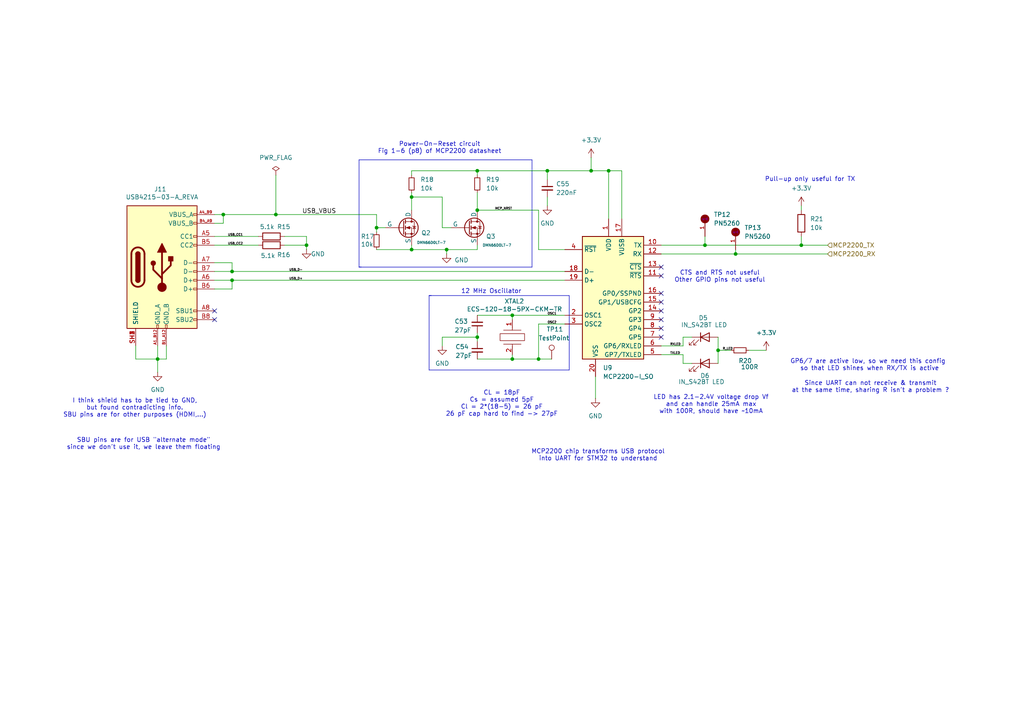
<source format=kicad_sch>
(kicad_sch
	(version 20250114)
	(generator "eeschema")
	(generator_version "9.0")
	(uuid "bc26218f-3fdb-4543-8957-b2c557f46223")
	(paper "A4")
	(title_block
		(company "N-Pulse")
	)
	(lib_symbols
		(symbol "Connector:TestPoint"
			(pin_numbers
				(hide yes)
			)
			(pin_names
				(offset 0.762)
				(hide yes)
			)
			(exclude_from_sim no)
			(in_bom yes)
			(on_board yes)
			(property "Reference" "TP"
				(at 0 6.858 0)
				(effects
					(font
						(size 1.27 1.27)
					)
				)
			)
			(property "Value" "TestPoint"
				(at 0 5.08 0)
				(effects
					(font
						(size 1.27 1.27)
					)
				)
			)
			(property "Footprint" ""
				(at 5.08 0 0)
				(effects
					(font
						(size 1.27 1.27)
					)
					(hide yes)
				)
			)
			(property "Datasheet" "~"
				(at 5.08 0 0)
				(effects
					(font
						(size 1.27 1.27)
					)
					(hide yes)
				)
			)
			(property "Description" "test point"
				(at 0 0 0)
				(effects
					(font
						(size 1.27 1.27)
					)
					(hide yes)
				)
			)
			(property "ki_keywords" "test point tp"
				(at 0 0 0)
				(effects
					(font
						(size 1.27 1.27)
					)
					(hide yes)
				)
			)
			(property "ki_fp_filters" "Pin* Test*"
				(at 0 0 0)
				(effects
					(font
						(size 1.27 1.27)
					)
					(hide yes)
				)
			)
			(symbol "TestPoint_0_1"
				(circle
					(center 0 3.302)
					(radius 0.762)
					(stroke
						(width 0)
						(type default)
					)
					(fill
						(type none)
					)
				)
			)
			(symbol "TestPoint_1_1"
				(pin passive line
					(at 0 0 90)
					(length 2.54)
					(name "1"
						(effects
							(font
								(size 1.27 1.27)
							)
						)
					)
					(number "1"
						(effects
							(font
								(size 1.27 1.27)
							)
						)
					)
				)
			)
			(embedded_fonts no)
		)
		(symbol "Device:C_Small"
			(pin_numbers
				(hide yes)
			)
			(pin_names
				(offset 0.254)
				(hide yes)
			)
			(exclude_from_sim no)
			(in_bom yes)
			(on_board yes)
			(property "Reference" "C"
				(at 0.254 1.778 0)
				(effects
					(font
						(size 1.27 1.27)
					)
					(justify left)
				)
			)
			(property "Value" "C_Small"
				(at 0.254 -2.032 0)
				(effects
					(font
						(size 1.27 1.27)
					)
					(justify left)
				)
			)
			(property "Footprint" ""
				(at 0 0 0)
				(effects
					(font
						(size 1.27 1.27)
					)
					(hide yes)
				)
			)
			(property "Datasheet" "~"
				(at 0 0 0)
				(effects
					(font
						(size 1.27 1.27)
					)
					(hide yes)
				)
			)
			(property "Description" "Unpolarized capacitor, small symbol"
				(at 0 0 0)
				(effects
					(font
						(size 1.27 1.27)
					)
					(hide yes)
				)
			)
			(property "ki_keywords" "capacitor cap"
				(at 0 0 0)
				(effects
					(font
						(size 1.27 1.27)
					)
					(hide yes)
				)
			)
			(property "ki_fp_filters" "C_*"
				(at 0 0 0)
				(effects
					(font
						(size 1.27 1.27)
					)
					(hide yes)
				)
			)
			(symbol "C_Small_0_1"
				(polyline
					(pts
						(xy -1.524 0.508) (xy 1.524 0.508)
					)
					(stroke
						(width 0.3048)
						(type default)
					)
					(fill
						(type none)
					)
				)
				(polyline
					(pts
						(xy -1.524 -0.508) (xy 1.524 -0.508)
					)
					(stroke
						(width 0.3302)
						(type default)
					)
					(fill
						(type none)
					)
				)
			)
			(symbol "C_Small_1_1"
				(pin passive line
					(at 0 2.54 270)
					(length 2.032)
					(name "~"
						(effects
							(font
								(size 1.27 1.27)
							)
						)
					)
					(number "1"
						(effects
							(font
								(size 1.27 1.27)
							)
						)
					)
				)
				(pin passive line
					(at 0 -2.54 90)
					(length 2.032)
					(name "~"
						(effects
							(font
								(size 1.27 1.27)
							)
						)
					)
					(number "2"
						(effects
							(font
								(size 1.27 1.27)
							)
						)
					)
				)
			)
			(embedded_fonts no)
		)
		(symbol "Device:LED"
			(pin_numbers
				(hide yes)
			)
			(pin_names
				(offset 1.016)
				(hide yes)
			)
			(exclude_from_sim no)
			(in_bom yes)
			(on_board yes)
			(property "Reference" "D"
				(at 0 2.54 0)
				(effects
					(font
						(size 1.27 1.27)
					)
				)
			)
			(property "Value" "LED"
				(at 0 -2.54 0)
				(effects
					(font
						(size 1.27 1.27)
					)
				)
			)
			(property "Footprint" ""
				(at 0 0 0)
				(effects
					(font
						(size 1.27 1.27)
					)
					(hide yes)
				)
			)
			(property "Datasheet" "~"
				(at 0 0 0)
				(effects
					(font
						(size 1.27 1.27)
					)
					(hide yes)
				)
			)
			(property "Description" "Light emitting diode"
				(at 0 0 0)
				(effects
					(font
						(size 1.27 1.27)
					)
					(hide yes)
				)
			)
			(property "Sim.Pins" "1=K 2=A"
				(at 0 0 0)
				(effects
					(font
						(size 1.27 1.27)
					)
					(hide yes)
				)
			)
			(property "ki_keywords" "LED diode"
				(at 0 0 0)
				(effects
					(font
						(size 1.27 1.27)
					)
					(hide yes)
				)
			)
			(property "ki_fp_filters" "LED* LED_SMD:* LED_THT:*"
				(at 0 0 0)
				(effects
					(font
						(size 1.27 1.27)
					)
					(hide yes)
				)
			)
			(symbol "LED_0_1"
				(polyline
					(pts
						(xy -3.048 -0.762) (xy -4.572 -2.286) (xy -3.81 -2.286) (xy -4.572 -2.286) (xy -4.572 -1.524)
					)
					(stroke
						(width 0)
						(type default)
					)
					(fill
						(type none)
					)
				)
				(polyline
					(pts
						(xy -1.778 -0.762) (xy -3.302 -2.286) (xy -2.54 -2.286) (xy -3.302 -2.286) (xy -3.302 -1.524)
					)
					(stroke
						(width 0)
						(type default)
					)
					(fill
						(type none)
					)
				)
				(polyline
					(pts
						(xy -1.27 0) (xy 1.27 0)
					)
					(stroke
						(width 0)
						(type default)
					)
					(fill
						(type none)
					)
				)
				(polyline
					(pts
						(xy -1.27 -1.27) (xy -1.27 1.27)
					)
					(stroke
						(width 0.254)
						(type default)
					)
					(fill
						(type none)
					)
				)
				(polyline
					(pts
						(xy 1.27 -1.27) (xy 1.27 1.27) (xy -1.27 0) (xy 1.27 -1.27)
					)
					(stroke
						(width 0.254)
						(type default)
					)
					(fill
						(type none)
					)
				)
			)
			(symbol "LED_1_1"
				(pin passive line
					(at -3.81 0 0)
					(length 2.54)
					(name "K"
						(effects
							(font
								(size 1.27 1.27)
							)
						)
					)
					(number "1"
						(effects
							(font
								(size 1.27 1.27)
							)
						)
					)
				)
				(pin passive line
					(at 3.81 0 180)
					(length 2.54)
					(name "A"
						(effects
							(font
								(size 1.27 1.27)
							)
						)
					)
					(number "2"
						(effects
							(font
								(size 1.27 1.27)
							)
						)
					)
				)
			)
			(embedded_fonts no)
		)
		(symbol "Device:R"
			(pin_numbers
				(hide yes)
			)
			(pin_names
				(offset 0)
			)
			(exclude_from_sim no)
			(in_bom yes)
			(on_board yes)
			(property "Reference" "R"
				(at 2.032 0 90)
				(effects
					(font
						(size 1.27 1.27)
					)
				)
			)
			(property "Value" "R"
				(at 0 0 90)
				(effects
					(font
						(size 1.27 1.27)
					)
				)
			)
			(property "Footprint" ""
				(at -1.778 0 90)
				(effects
					(font
						(size 1.27 1.27)
					)
					(hide yes)
				)
			)
			(property "Datasheet" "~"
				(at 0 0 0)
				(effects
					(font
						(size 1.27 1.27)
					)
					(hide yes)
				)
			)
			(property "Description" "Resistor"
				(at 0 0 0)
				(effects
					(font
						(size 1.27 1.27)
					)
					(hide yes)
				)
			)
			(property "ki_keywords" "R res resistor"
				(at 0 0 0)
				(effects
					(font
						(size 1.27 1.27)
					)
					(hide yes)
				)
			)
			(property "ki_fp_filters" "R_*"
				(at 0 0 0)
				(effects
					(font
						(size 1.27 1.27)
					)
					(hide yes)
				)
			)
			(symbol "R_0_1"
				(rectangle
					(start -1.016 -2.54)
					(end 1.016 2.54)
					(stroke
						(width 0.254)
						(type default)
					)
					(fill
						(type none)
					)
				)
			)
			(symbol "R_1_1"
				(pin passive line
					(at 0 3.81 270)
					(length 1.27)
					(name "~"
						(effects
							(font
								(size 1.27 1.27)
							)
						)
					)
					(number "1"
						(effects
							(font
								(size 1.27 1.27)
							)
						)
					)
				)
				(pin passive line
					(at 0 -3.81 90)
					(length 1.27)
					(name "~"
						(effects
							(font
								(size 1.27 1.27)
							)
						)
					)
					(number "2"
						(effects
							(font
								(size 1.27 1.27)
							)
						)
					)
				)
			)
			(embedded_fonts no)
		)
		(symbol "Device:R_Small"
			(pin_numbers
				(hide yes)
			)
			(pin_names
				(offset 0.254)
				(hide yes)
			)
			(exclude_from_sim no)
			(in_bom yes)
			(on_board yes)
			(property "Reference" "R"
				(at 0.762 0.508 0)
				(effects
					(font
						(size 1.27 1.27)
					)
					(justify left)
				)
			)
			(property "Value" "R_Small"
				(at 0.762 -1.016 0)
				(effects
					(font
						(size 1.27 1.27)
					)
					(justify left)
				)
			)
			(property "Footprint" ""
				(at 0 0 0)
				(effects
					(font
						(size 1.27 1.27)
					)
					(hide yes)
				)
			)
			(property "Datasheet" "~"
				(at 0 0 0)
				(effects
					(font
						(size 1.27 1.27)
					)
					(hide yes)
				)
			)
			(property "Description" "Resistor, small symbol"
				(at 0 0 0)
				(effects
					(font
						(size 1.27 1.27)
					)
					(hide yes)
				)
			)
			(property "ki_keywords" "R resistor"
				(at 0 0 0)
				(effects
					(font
						(size 1.27 1.27)
					)
					(hide yes)
				)
			)
			(property "ki_fp_filters" "R_*"
				(at 0 0 0)
				(effects
					(font
						(size 1.27 1.27)
					)
					(hide yes)
				)
			)
			(symbol "R_Small_0_1"
				(rectangle
					(start -0.762 1.778)
					(end 0.762 -1.778)
					(stroke
						(width 0.2032)
						(type default)
					)
					(fill
						(type none)
					)
				)
			)
			(symbol "R_Small_1_1"
				(pin passive line
					(at 0 2.54 270)
					(length 0.762)
					(name "~"
						(effects
							(font
								(size 1.27 1.27)
							)
						)
					)
					(number "1"
						(effects
							(font
								(size 1.27 1.27)
							)
						)
					)
				)
				(pin passive line
					(at 0 -2.54 90)
					(length 0.762)
					(name "~"
						(effects
							(font
								(size 1.27 1.27)
							)
						)
					)
					(number "2"
						(effects
							(font
								(size 1.27 1.27)
							)
						)
					)
				)
			)
			(embedded_fonts no)
		)
		(symbol "ECS-120-18-5PX-CKM-TR:ECS-120-18-5PX-CKM-TR"
			(pin_names
				(offset 0.762)
			)
			(exclude_from_sim no)
			(in_bom yes)
			(on_board yes)
			(property "Reference" "Y"
				(at 8.89 6.35 0)
				(effects
					(font
						(size 1.27 1.27)
					)
					(justify left)
				)
			)
			(property "Value" "ECS-120-18-5PX-CKM-TR"
				(at 8.89 3.81 0)
				(effects
					(font
						(size 1.27 1.27)
					)
					(justify left)
				)
			)
			(property "Footprint" "ECS120185PXCKMTR"
				(at 8.89 1.27 0)
				(effects
					(font
						(size 1.27 1.27)
					)
					(justify left)
					(hide yes)
				)
			)
			(property "Datasheet" "https://www.digikey.com/en/products/detail/ecs-inc/ECS-120-18-5PX-TR/827395"
				(at 8.89 -1.27 0)
				(effects
					(font
						(size 1.27 1.27)
					)
					(justify left)
					(hide yes)
				)
			)
			(property "Description" "Crystals CRYSTAL 12MHZ 18pF +/-10ppm +/-10ppm -20 C 70C"
				(at 0 0 0)
				(effects
					(font
						(size 1.27 1.27)
					)
					(hide yes)
				)
			)
			(property "Description_1" "Crystals CRYSTAL 12MHZ 18pF +/-10ppm +/-10ppm -20 C 70C"
				(at 8.89 -3.81 0)
				(effects
					(font
						(size 1.27 1.27)
					)
					(justify left)
					(hide yes)
				)
			)
			(property "Height" "4.3"
				(at 8.89 -6.35 0)
				(effects
					(font
						(size 1.27 1.27)
					)
					(justify left)
					(hide yes)
				)
			)
			(property "Mouser Part Number" "520-ECS120185PXCKMTR"
				(at 8.89 -8.89 0)
				(effects
					(font
						(size 1.27 1.27)
					)
					(justify left)
					(hide yes)
				)
			)
			(property "Mouser Price/Stock" "https://www.mouser.co.uk/ProductDetail/ECS/ECS-120-18-5PX-CKM-TR?qs=7MVldsJ5UaxGiQ3V9H8iDw%3D%3D"
				(at 8.89 -11.43 0)
				(effects
					(font
						(size 1.27 1.27)
					)
					(justify left)
					(hide yes)
				)
			)
			(property "Manufacturer_Name" "ECS"
				(at 8.89 -13.97 0)
				(effects
					(font
						(size 1.27 1.27)
					)
					(justify left)
					(hide yes)
				)
			)
			(property "Manufacturer_Part_Number" "ECS-120-18-5PX-CKM-TR"
				(at 8.89 -16.51 0)
				(effects
					(font
						(size 1.27 1.27)
					)
					(justify left)
					(hide yes)
				)
			)
			(symbol "ECS-120-18-5PX-CKM-TR_0_0"
				(pin passive line
					(at 0 0 0)
					(length 2.54)
					(name "~"
						(effects
							(font
								(size 1.27 1.27)
							)
						)
					)
					(number "1"
						(effects
							(font
								(size 1.27 1.27)
							)
						)
					)
				)
				(pin passive line
					(at 10.16 0 180)
					(length 2.54)
					(name "~"
						(effects
							(font
								(size 1.27 1.27)
							)
						)
					)
					(number "2"
						(effects
							(font
								(size 1.27 1.27)
							)
						)
					)
				)
			)
			(symbol "ECS-120-18-5PX-CKM-TR_0_1"
				(polyline
					(pts
						(xy 3.048 2.54) (xy 3.048 -2.54)
					)
					(stroke
						(width 0.1524)
						(type solid)
					)
					(fill
						(type none)
					)
				)
				(polyline
					(pts
						(xy 3.048 0) (xy 2.54 0)
					)
					(stroke
						(width 0.1524)
						(type solid)
					)
					(fill
						(type none)
					)
				)
				(polyline
					(pts
						(xy 4.064 3.556) (xy 4.064 -3.556) (xy 6.096 -3.556) (xy 6.096 3.556) (xy 4.064 3.556)
					)
					(stroke
						(width 0.1524)
						(type solid)
					)
					(fill
						(type none)
					)
				)
				(polyline
					(pts
						(xy 7.112 2.54) (xy 7.112 -2.54)
					)
					(stroke
						(width 0.1524)
						(type solid)
					)
					(fill
						(type none)
					)
				)
				(polyline
					(pts
						(xy 7.112 0) (xy 7.62 0)
					)
					(stroke
						(width 0.1524)
						(type solid)
					)
					(fill
						(type none)
					)
				)
			)
			(embedded_fonts no)
		)
		(symbol "MCP2200-I_SO:MCP2200-I_SO"
			(exclude_from_sim no)
			(in_bom yes)
			(on_board yes)
			(property "Reference" "IC"
				(at 9.652 15.748 0)
				(effects
					(font
						(size 1.27 1.27)
					)
					(justify left top)
				)
			)
			(property "Value" "MCP2200-I_SO"
				(at 2.794 13.462 0)
				(effects
					(font
						(size 1.27 1.27)
					)
					(justify left top)
				)
			)
			(property "Footprint" "SOIC127P1030X265-20N"
				(at -5.08 -56.82 0)
				(effects
					(font
						(size 1.27 1.27)
					)
					(justify left top)
					(hide yes)
				)
			)
			(property "Datasheet" "https://datasheet.datasheetarchive.com/originals/distributors/Datasheets-DGA2/214544.pdf"
				(at 39.37 -194.92 0)
				(effects
					(font
						(size 1.27 1.27)
					)
					(justify left top)
					(hide yes)
				)
			)
			(property "Description" "USB 2.0 to serial UART converter w/ GPIO"
				(at -20.32 4.318 0)
				(effects
					(font
						(size 1.27 1.27)
					)
					(hide yes)
				)
			)
			(property "Height" "2.65"
				(at 39.37 -394.92 0)
				(effects
					(font
						(size 1.27 1.27)
					)
					(justify left top)
					(hide yes)
				)
			)
			(property "Mouser Part Number" "579-MCP2200-I/SO"
				(at 39.37 -494.92 0)
				(effects
					(font
						(size 1.27 1.27)
					)
					(justify left top)
					(hide yes)
				)
			)
			(property "Mouser Price/Stock" "https://www.mouser.co.uk/ProductDetail/Microchip-Technology/MCP2200-I-SO?qs=kI7nsUnms46fN8L9VZlJCA%3D%3D"
				(at 39.37 -594.92 0)
				(effects
					(font
						(size 1.27 1.27)
					)
					(justify left top)
					(hide yes)
				)
			)
			(property "Manufacturer_Name" "Microchip"
				(at 39.37 -694.92 0)
				(effects
					(font
						(size 1.27 1.27)
					)
					(justify left top)
					(hide yes)
				)
			)
			(property "Manufacturer_Part_Number" "MCP2200-I/SO"
				(at 39.37 -794.92 0)
				(effects
					(font
						(size 1.27 1.27)
					)
					(justify left top)
					(hide yes)
				)
			)
			(symbol "MCP2200-I_SO_0_1"
				(rectangle
					(start 0 0)
					(end 17.78 -35.56)
					(stroke
						(width 0.254)
						(type default)
					)
					(fill
						(type background)
					)
				)
			)
			(symbol "MCP2200-I_SO_1_1"
				(pin input line
					(at -5.08 -3.81 0)
					(length 5.08)
					(name "~{RST}"
						(effects
							(font
								(size 1.27 1.27)
							)
						)
					)
					(number "4"
						(effects
							(font
								(size 1.27 1.27)
							)
						)
					)
				)
				(pin bidirectional line
					(at -5.08 -10.16 0)
					(length 5.08)
					(name "D-"
						(effects
							(font
								(size 1.27 1.27)
							)
						)
					)
					(number "18"
						(effects
							(font
								(size 1.27 1.27)
							)
						)
					)
				)
				(pin bidirectional line
					(at -5.08 -12.7 0)
					(length 5.08)
					(name "D+"
						(effects
							(font
								(size 1.27 1.27)
							)
						)
					)
					(number "19"
						(effects
							(font
								(size 1.27 1.27)
							)
						)
					)
				)
				(pin input line
					(at -5.08 -22.86 0)
					(length 5.08)
					(name "OSC1"
						(effects
							(font
								(size 1.27 1.27)
							)
						)
					)
					(number "2"
						(effects
							(font
								(size 1.27 1.27)
							)
						)
					)
				)
				(pin output line
					(at -5.08 -25.4 0)
					(length 5.08)
					(name "OSC2"
						(effects
							(font
								(size 1.27 1.27)
							)
						)
					)
					(number "3"
						(effects
							(font
								(size 1.27 1.27)
							)
						)
					)
				)
				(pin power_in line
					(at 3.81 -40.64 90)
					(length 5.08)
					(name "VSS"
						(effects
							(font
								(size 1.27 1.27)
							)
						)
					)
					(number "20"
						(effects
							(font
								(size 1.27 1.27)
							)
						)
					)
				)
				(pin power_in line
					(at 7.62 5.08 270)
					(length 5.08)
					(name "VDD"
						(effects
							(font
								(size 1.27 1.27)
							)
						)
					)
					(number "1"
						(effects
							(font
								(size 1.27 1.27)
							)
						)
					)
				)
				(pin passive line
					(at 11.43 5.08 270)
					(length 5.08)
					(name "VUSB"
						(effects
							(font
								(size 1.27 1.27)
							)
						)
					)
					(number "17"
						(effects
							(font
								(size 1.27 1.27)
							)
						)
					)
				)
				(pin output line
					(at 22.86 -2.54 180)
					(length 5.08)
					(name "TX"
						(effects
							(font
								(size 1.27 1.27)
							)
						)
					)
					(number "10"
						(effects
							(font
								(size 1.27 1.27)
							)
						)
					)
				)
				(pin input line
					(at 22.86 -5.08 180)
					(length 5.08)
					(name "RX"
						(effects
							(font
								(size 1.27 1.27)
							)
						)
					)
					(number "12"
						(effects
							(font
								(size 1.27 1.27)
							)
						)
					)
				)
				(pin unspecified line
					(at 22.86 -8.89 180)
					(length 5.08)
					(name "~{CTS}"
						(effects
							(font
								(size 1.27 1.27)
							)
						)
					)
					(number "13"
						(effects
							(font
								(size 1.27 1.27)
							)
						)
					)
				)
				(pin unspecified line
					(at 22.86 -11.43 180)
					(length 5.08)
					(name "~{RTS}"
						(effects
							(font
								(size 1.27 1.27)
							)
						)
					)
					(number "11"
						(effects
							(font
								(size 1.27 1.27)
							)
						)
					)
				)
				(pin bidirectional line
					(at 22.86 -16.51 180)
					(length 5.08)
					(name "GP0/SSPND"
						(effects
							(font
								(size 1.27 1.27)
							)
						)
					)
					(number "16"
						(effects
							(font
								(size 1.27 1.27)
							)
						)
					)
				)
				(pin bidirectional line
					(at 22.86 -19.05 180)
					(length 5.08)
					(name "GP1/USBCFG"
						(effects
							(font
								(size 1.27 1.27)
							)
						)
					)
					(number "15"
						(effects
							(font
								(size 1.27 1.27)
							)
						)
					)
				)
				(pin bidirectional line
					(at 22.86 -21.59 180)
					(length 5.08)
					(name "GP2"
						(effects
							(font
								(size 1.27 1.27)
							)
						)
					)
					(number "14"
						(effects
							(font
								(size 1.27 1.27)
							)
						)
					)
				)
				(pin bidirectional line
					(at 22.86 -24.13 180)
					(length 5.08)
					(name "GP3"
						(effects
							(font
								(size 1.27 1.27)
							)
						)
					)
					(number "9"
						(effects
							(font
								(size 1.27 1.27)
							)
						)
					)
				)
				(pin bidirectional line
					(at 22.86 -26.67 180)
					(length 5.08)
					(name "GP4"
						(effects
							(font
								(size 1.27 1.27)
							)
						)
					)
					(number "8"
						(effects
							(font
								(size 1.27 1.27)
							)
						)
					)
				)
				(pin bidirectional line
					(at 22.86 -29.21 180)
					(length 5.08)
					(name "GP5"
						(effects
							(font
								(size 1.27 1.27)
							)
						)
					)
					(number "7"
						(effects
							(font
								(size 1.27 1.27)
							)
						)
					)
				)
				(pin bidirectional line
					(at 22.86 -31.75 180)
					(length 5.08)
					(name "GP6/RXLED"
						(effects
							(font
								(size 1.27 1.27)
							)
						)
					)
					(number "6"
						(effects
							(font
								(size 1.27 1.27)
							)
						)
					)
				)
				(pin bidirectional line
					(at 22.86 -34.29 180)
					(length 5.08)
					(name "GP7/TXLED"
						(effects
							(font
								(size 1.27 1.27)
							)
						)
					)
					(number "5"
						(effects
							(font
								(size 1.27 1.27)
							)
						)
					)
				)
			)
			(embedded_fonts no)
		)
		(symbol "PN5260:5260"
			(pin_names
				(offset 1.016)
			)
			(exclude_from_sim no)
			(in_bom yes)
			(on_board yes)
			(property "Reference" "TP"
				(at -2.5444 2.5415 0)
				(effects
					(font
						(size 1.27 1.27)
					)
					(justify left bottom)
				)
			)
			(property "Value" "5260"
				(at -2.55 -5.0866 0)
				(effects
					(font
						(size 1.27 1.27)
					)
					(justify left bottom)
				)
			)
			(property "Footprint" "5260:KEYSTONE_5260"
				(at 0 0 0)
				(effects
					(font
						(size 1.27 1.27)
					)
					(justify bottom)
					(hide yes)
				)
			)
			(property "Datasheet" ""
				(at 0 0 0)
				(effects
					(font
						(size 1.27 1.27)
					)
					(hide yes)
				)
			)
			(property "Description" ""
				(at 0 0 0)
				(effects
					(font
						(size 1.27 1.27)
					)
					(hide yes)
				)
			)
			(property "PARTREV" ""
				(at 0 0 0)
				(effects
					(font
						(size 1.27 1.27)
					)
					(justify bottom)
					(hide yes)
				)
			)
			(property "STANDARD" "Manufacturer Recommendations"
				(at 0 0 0)
				(effects
					(font
						(size 1.27 1.27)
					)
					(justify bottom)
					(hide yes)
				)
			)
			(property "SNAPEDA_PN" "5260"
				(at 0 0 0)
				(effects
					(font
						(size 1.27 1.27)
					)
					(justify bottom)
					(hide yes)
				)
			)
			(property "MAXIMUM_PACKAGE_HEIGHT" "4.57mm"
				(at 0 0 0)
				(effects
					(font
						(size 1.27 1.27)
					)
					(justify bottom)
					(hide yes)
				)
			)
			(property "MANUFACTURER" "Keystone"
				(at 0 0 0)
				(effects
					(font
						(size 1.27 1.27)
					)
					(justify bottom)
					(hide yes)
				)
			)
			(symbol "5260_0_0"
				(circle
					(center 0 0)
					(radius 0.635)
					(stroke
						(width 1.27)
						(type default)
					)
					(fill
						(type none)
					)
				)
				(pin passive line
					(at -5.08 0 0)
					(length 5.08)
					(name "~"
						(effects
							(font
								(size 1.016 1.016)
							)
						)
					)
					(number "1"
						(effects
							(font
								(size 1.016 1.016)
							)
						)
					)
				)
			)
			(embedded_fonts no)
		)
		(symbol "Simulation_SPICE:NMOS"
			(pin_numbers
				(hide yes)
			)
			(pin_names
				(offset 0)
			)
			(exclude_from_sim no)
			(in_bom yes)
			(on_board yes)
			(property "Reference" "Q"
				(at 5.08 1.27 0)
				(effects
					(font
						(size 1.27 1.27)
					)
					(justify left)
				)
			)
			(property "Value" "NMOS"
				(at 5.08 -1.27 0)
				(effects
					(font
						(size 1.27 1.27)
					)
					(justify left)
				)
			)
			(property "Footprint" ""
				(at 5.08 2.54 0)
				(effects
					(font
						(size 1.27 1.27)
					)
					(hide yes)
				)
			)
			(property "Datasheet" "https://ngspice.sourceforge.io/docs/ngspice-html-manual/manual.xhtml#cha_MOSFETs"
				(at 0 -12.7 0)
				(effects
					(font
						(size 1.27 1.27)
					)
					(hide yes)
				)
			)
			(property "Description" "N-MOSFET transistor, drain/source/gate"
				(at 0 0 0)
				(effects
					(font
						(size 1.27 1.27)
					)
					(hide yes)
				)
			)
			(property "Sim.Device" "NMOS"
				(at 0 -17.145 0)
				(effects
					(font
						(size 1.27 1.27)
					)
					(hide yes)
				)
			)
			(property "Sim.Type" "VDMOS"
				(at 0 -19.05 0)
				(effects
					(font
						(size 1.27 1.27)
					)
					(hide yes)
				)
			)
			(property "Sim.Pins" "1=D 2=G 3=S"
				(at 0 -15.24 0)
				(effects
					(font
						(size 1.27 1.27)
					)
					(hide yes)
				)
			)
			(property "ki_keywords" "transistor NMOS N-MOS N-MOSFET simulation"
				(at 0 0 0)
				(effects
					(font
						(size 1.27 1.27)
					)
					(hide yes)
				)
			)
			(symbol "NMOS_0_1"
				(polyline
					(pts
						(xy 0.254 1.905) (xy 0.254 -1.905)
					)
					(stroke
						(width 0.254)
						(type default)
					)
					(fill
						(type none)
					)
				)
				(polyline
					(pts
						(xy 0.254 0) (xy -2.54 0)
					)
					(stroke
						(width 0)
						(type default)
					)
					(fill
						(type none)
					)
				)
				(polyline
					(pts
						(xy 0.762 2.286) (xy 0.762 1.27)
					)
					(stroke
						(width 0.254)
						(type default)
					)
					(fill
						(type none)
					)
				)
				(polyline
					(pts
						(xy 0.762 0.508) (xy 0.762 -0.508)
					)
					(stroke
						(width 0.254)
						(type default)
					)
					(fill
						(type none)
					)
				)
				(polyline
					(pts
						(xy 0.762 -1.27) (xy 0.762 -2.286)
					)
					(stroke
						(width 0.254)
						(type default)
					)
					(fill
						(type none)
					)
				)
				(polyline
					(pts
						(xy 0.762 -1.778) (xy 3.302 -1.778) (xy 3.302 1.778) (xy 0.762 1.778)
					)
					(stroke
						(width 0)
						(type default)
					)
					(fill
						(type none)
					)
				)
				(polyline
					(pts
						(xy 1.016 0) (xy 2.032 0.381) (xy 2.032 -0.381) (xy 1.016 0)
					)
					(stroke
						(width 0)
						(type default)
					)
					(fill
						(type outline)
					)
				)
				(circle
					(center 1.651 0)
					(radius 2.794)
					(stroke
						(width 0.254)
						(type default)
					)
					(fill
						(type none)
					)
				)
				(polyline
					(pts
						(xy 2.54 2.54) (xy 2.54 1.778)
					)
					(stroke
						(width 0)
						(type default)
					)
					(fill
						(type none)
					)
				)
				(circle
					(center 2.54 1.778)
					(radius 0.254)
					(stroke
						(width 0)
						(type default)
					)
					(fill
						(type outline)
					)
				)
				(circle
					(center 2.54 -1.778)
					(radius 0.254)
					(stroke
						(width 0)
						(type default)
					)
					(fill
						(type outline)
					)
				)
				(polyline
					(pts
						(xy 2.54 -2.54) (xy 2.54 0) (xy 0.762 0)
					)
					(stroke
						(width 0)
						(type default)
					)
					(fill
						(type none)
					)
				)
				(polyline
					(pts
						(xy 2.794 0.508) (xy 2.921 0.381) (xy 3.683 0.381) (xy 3.81 0.254)
					)
					(stroke
						(width 0)
						(type default)
					)
					(fill
						(type none)
					)
				)
				(polyline
					(pts
						(xy 3.302 0.381) (xy 2.921 -0.254) (xy 3.683 -0.254) (xy 3.302 0.381)
					)
					(stroke
						(width 0)
						(type default)
					)
					(fill
						(type none)
					)
				)
			)
			(symbol "NMOS_1_1"
				(pin input line
					(at -5.08 0 0)
					(length 2.54)
					(name "G"
						(effects
							(font
								(size 1.27 1.27)
							)
						)
					)
					(number "2"
						(effects
							(font
								(size 1.27 1.27)
							)
						)
					)
				)
				(pin passive line
					(at 2.54 5.08 270)
					(length 2.54)
					(name "D"
						(effects
							(font
								(size 1.27 1.27)
							)
						)
					)
					(number "1"
						(effects
							(font
								(size 1.27 1.27)
							)
						)
					)
				)
				(pin passive line
					(at 2.54 -5.08 90)
					(length 2.54)
					(name "S"
						(effects
							(font
								(size 1.27 1.27)
							)
						)
					)
					(number "3"
						(effects
							(font
								(size 1.27 1.27)
							)
						)
					)
				)
			)
			(embedded_fonts no)
		)
		(symbol "USB4215-03-A_REVA_1"
			(pin_names
				(offset 1.016)
			)
			(exclude_from_sim no)
			(in_bom yes)
			(on_board yes)
			(property "Reference" "J8"
				(at 9.652 4.826 0)
				(effects
					(font
						(size 1.27 1.27)
					)
				)
			)
			(property "Value" "USB4215-03-A_REVA"
				(at 10.16 2.54 0)
				(effects
					(font
						(size 1.27 1.27)
					)
				)
			)
			(property "Footprint" "USB4215_03_A:GCT_USB4215-03-A_REVA"
				(at 40.894 -74.93 0)
				(effects
					(font
						(size 1.27 1.27)
					)
					(justify bottom)
					(hide yes)
				)
			)
			(property "Datasheet" ""
				(at 0 0 0)
				(effects
					(font
						(size 1.27 1.27)
					)
					(hide yes)
				)
			)
			(property "Description" ""
				(at 0 0 0)
				(effects
					(font
						(size 1.27 1.27)
					)
					(hide yes)
				)
			)
			(property "MF" "Global Connector Technology"
				(at 40.894 -74.93 0)
				(effects
					(font
						(size 1.27 1.27)
					)
					(justify bottom)
					(hide yes)
				)
			)
			(property "MAXIMUM_PACKAGE_HEIGHT" "3.16mm"
				(at 40.894 -74.93 0)
				(effects
					(font
						(size 1.27 1.27)
					)
					(justify bottom)
					(hide yes)
				)
			)
			(property "Package" "None"
				(at 40.894 -74.93 0)
				(effects
					(font
						(size 1.27 1.27)
					)
					(justify bottom)
					(hide yes)
				)
			)
			(property "Price" "None"
				(at -1.27 -94.742 0)
				(effects
					(font
						(size 1.27 1.27)
					)
					(justify bottom)
					(hide yes)
				)
			)
			(property "Check_prices" "https://www.snapeda.com/parts/USB4215-03-A/Global+Connector+Technology/view-part/?ref=eda"
				(at -8.128 -47.752 0)
				(effects
					(font
						(size 1.27 1.27)
					)
					(justify bottom)
					(hide yes)
				)
			)
			(property "STANDARD" "Manufacturer Recommendations"
				(at 16.002 -72.898 0)
				(effects
					(font
						(size 1.27 1.27)
					)
					(justify bottom)
					(hide yes)
				)
			)
			(property "PARTREV" "A"
				(at 16.002 -72.898 0)
				(effects
					(font
						(size 1.27 1.27)
					)
					(justify bottom)
					(hide yes)
				)
			)
			(property "SnapEDA_Link" "https://www.snapeda.com/parts/USB4215-03-A/Global+Connector+Technology/view-part/?ref=snap"
				(at -5.334 -48.006 0)
				(effects
					(font
						(size 1.27 1.27)
					)
					(justify bottom)
					(hide yes)
				)
			)
			(property "MP" "USB4215-03-A"
				(at -1.27 -94.742 0)
				(effects
					(font
						(size 1.27 1.27)
					)
					(justify bottom)
					(hide yes)
				)
			)
			(property "Description_1" "USB-C (USB TYPE-C) USB 2.0 Receptacle Connector 24 (16+8 Dummy) Position Surface Mount, Right Angle; Through Hole"
				(at -5.334 -48.006 0)
				(effects
					(font
						(size 1.27 1.27)
					)
					(justify bottom)
					(hide yes)
				)
			)
			(property "MANUFACTURER" "Global Connector Technology"
				(at -52.07 -43.942 0)
				(effects
					(font
						(size 1.27 1.27)
					)
					(justify bottom)
					(hide yes)
				)
			)
			(property "Availability" "In Stock"
				(at 22.352 -70.358 0)
				(effects
					(font
						(size 1.27 1.27)
					)
					(justify bottom)
					(hide yes)
				)
			)
			(property "SNAPEDA_PN" "USB4215-03-A"
				(at -1.27 -94.742 0)
				(effects
					(font
						(size 1.27 1.27)
					)
					(justify bottom)
					(hide yes)
				)
			)
			(symbol "USB4215-03-A_REVA_1_0_0"
				(rectangle
					(start 8.636 -34.544)
					(end 9.144 -35.56)
					(stroke
						(width 0)
						(type default)
					)
					(fill
						(type none)
					)
				)
				(rectangle
					(start 11.146 -34.5113)
					(end 11.654 -35.5273)
					(stroke
						(width 0)
						(type default)
					)
					(fill
						(type none)
					)
				)
				(rectangle
					(start 19.304 -2.286)
					(end 20.32 -2.794)
					(stroke
						(width 0)
						(type default)
					)
					(fill
						(type none)
					)
				)
				(rectangle
					(start 19.3111 -4.7978)
					(end 20.3271 -5.3058)
					(stroke
						(width 0)
						(type default)
					)
					(fill
						(type none)
					)
				)
				(rectangle
					(start 20.32 -8.636)
					(end 19.304 -9.144)
					(stroke
						(width 0)
						(type default)
					)
					(fill
						(type none)
					)
				)
				(rectangle
					(start 20.32 -11.176)
					(end 19.304 -11.684)
					(stroke
						(width 0)
						(type default)
					)
					(fill
						(type none)
					)
				)
				(rectangle
					(start 20.32 -16.256)
					(end 19.304 -16.764)
					(stroke
						(width 0)
						(type default)
					)
					(fill
						(type none)
					)
				)
				(rectangle
					(start 20.32 -18.796)
					(end 19.304 -19.304)
					(stroke
						(width 0)
						(type default)
					)
					(fill
						(type none)
					)
				)
				(rectangle
					(start 20.32 -21.336)
					(end 19.304 -21.844)
					(stroke
						(width 0)
						(type default)
					)
					(fill
						(type none)
					)
				)
				(rectangle
					(start 20.32 -23.876)
					(end 19.304 -24.384)
					(stroke
						(width 0)
						(type default)
					)
					(fill
						(type none)
					)
				)
				(rectangle
					(start 20.32 -30.226)
					(end 19.304 -30.734)
					(stroke
						(width 0)
						(type default)
					)
					(fill
						(type none)
					)
				)
				(rectangle
					(start 20.32 -32.766)
					(end 19.304 -33.274)
					(stroke
						(width 0)
						(type default)
					)
					(fill
						(type none)
					)
				)
			)
			(symbol "USB4215-03-A_REVA_1_0_1"
				(rectangle
					(start 0 0)
					(end 20.32 -35.56)
					(stroke
						(width 0.254)
						(type default)
					)
					(fill
						(type background)
					)
				)
				(polyline
					(pts
						(xy 1.27 -21.59) (xy 1.27 -13.97)
					)
					(stroke
						(width 0.508)
						(type default)
					)
					(fill
						(type none)
					)
				)
				(rectangle
					(start 2.54 -21.59)
					(end 3.81 -13.97)
					(stroke
						(width 0.254)
						(type default)
					)
					(fill
						(type outline)
					)
				)
				(arc
					(start 2.54 -13.97)
					(mid 3.175 -13.3377)
					(end 3.81 -13.97)
					(stroke
						(width 0.254)
						(type default)
					)
					(fill
						(type none)
					)
				)
				(arc
					(start 2.54 -13.97)
					(mid 3.175 -13.3377)
					(end 3.81 -13.97)
					(stroke
						(width 0.254)
						(type default)
					)
					(fill
						(type outline)
					)
				)
				(arc
					(start 1.27 -13.97)
					(mid 3.175 -12.0733)
					(end 5.08 -13.97)
					(stroke
						(width 0.508)
						(type default)
					)
					(fill
						(type none)
					)
				)
				(arc
					(start 5.08 -21.59)
					(mid 3.175 -23.4867)
					(end 1.27 -21.59)
					(stroke
						(width 0.508)
						(type default)
					)
					(fill
						(type none)
					)
				)
				(arc
					(start 3.81 -21.59)
					(mid 3.175 -22.2223)
					(end 2.54 -21.59)
					(stroke
						(width 0.254)
						(type default)
					)
					(fill
						(type none)
					)
				)
				(arc
					(start 3.81 -21.59)
					(mid 3.175 -22.2223)
					(end 2.54 -21.59)
					(stroke
						(width 0.254)
						(type default)
					)
					(fill
						(type outline)
					)
				)
				(polyline
					(pts
						(xy 5.08 -13.97) (xy 5.08 -21.59)
					)
					(stroke
						(width 0.508)
						(type default)
					)
					(fill
						(type none)
					)
				)
				(circle
					(center 7.62 -16.637)
					(radius 0.635)
					(stroke
						(width 0.254)
						(type default)
					)
					(fill
						(type outline)
					)
				)
				(polyline
					(pts
						(xy 8.89 -13.462) (xy 10.16 -10.922) (xy 11.43 -13.462) (xy 8.89 -13.462)
					)
					(stroke
						(width 0.254)
						(type default)
					)
					(fill
						(type outline)
					)
				)
				(polyline
					(pts
						(xy 10.16 -19.812) (xy 12.7 -17.272) (xy 12.7 -16.002)
					)
					(stroke
						(width 0.508)
						(type default)
					)
					(fill
						(type none)
					)
				)
				(polyline
					(pts
						(xy 10.16 -21.082) (xy 7.62 -18.542) (xy 7.62 -17.272)
					)
					(stroke
						(width 0.508)
						(type default)
					)
					(fill
						(type none)
					)
				)
				(polyline
					(pts
						(xy 10.16 -23.622) (xy 10.16 -13.462)
					)
					(stroke
						(width 0.508)
						(type default)
					)
					(fill
						(type none)
					)
				)
				(circle
					(center 10.16 -23.622)
					(radius 1.27)
					(stroke
						(width 0)
						(type default)
					)
					(fill
						(type outline)
					)
				)
				(rectangle
					(start 12.065 -16.002)
					(end 13.335 -14.732)
					(stroke
						(width 0.254)
						(type default)
					)
					(fill
						(type outline)
					)
				)
			)
			(symbol "USB4215-03-A_REVA_1_1_1"
				(pin passive line
					(at 2.54 -40.64 90)
					(length 5.08)
					(name "SHIELD"
						(effects
							(font
								(size 1.27 1.27)
							)
						)
					)
					(number "SH1"
						(effects
							(font
								(size 1.27 1.27)
							)
						)
					)
				)
				(pin passive line
					(at 2.54 -40.64 90)
					(length 5.08)
					(name "SHIELD"
						(effects
							(font
								(size 1.27 1.27)
							)
						)
					)
					(number "SH2"
						(effects
							(font
								(size 1.27 1.27)
							)
						)
					)
				)
				(pin passive line
					(at 2.54 -40.64 90)
					(length 5.08)
					(name "SHIELD"
						(effects
							(font
								(size 1.27 1.27)
							)
						)
					)
					(number "SH3"
						(effects
							(font
								(size 1.27 1.27)
							)
						)
					)
				)
				(pin passive line
					(at 2.54 -40.64 90)
					(length 5.08)
					(name "SHIELD"
						(effects
							(font
								(size 1.27 1.27)
							)
						)
					)
					(number "SH4"
						(effects
							(font
								(size 1.27 1.27)
							)
						)
					)
				)
				(pin power_in line
					(at 8.89 -40.64 90)
					(length 5.08)
					(name "GND_A"
						(effects
							(font
								(size 1.27 1.27)
							)
						)
					)
					(number "A1_B12"
						(effects
							(font
								(size 0.8 0.8)
							)
						)
					)
				)
				(pin power_in line
					(at 11.43 -40.64 90)
					(length 5.08)
					(name "GND_B"
						(effects
							(font
								(size 1.27 1.27)
							)
						)
					)
					(number "B1_A12"
						(effects
							(font
								(size 0.8 0.8)
							)
						)
					)
				)
				(pin power_in line
					(at 25.4 -2.54 180)
					(length 5.08)
					(name "VBUS_A"
						(effects
							(font
								(size 1.27 1.27)
							)
						)
					)
					(number "A4_B9"
						(effects
							(font
								(size 0.8 0.8)
							)
						)
					)
				)
				(pin power_in line
					(at 25.4 -5.08 180)
					(length 5.08)
					(name "VBUS_B"
						(effects
							(font
								(size 1.27 1.27)
							)
						)
					)
					(number "B4_A9"
						(effects
							(font
								(size 0.8 0.8)
							)
						)
					)
				)
				(pin bidirectional line
					(at 25.4 -8.89 180)
					(length 5.08)
					(name "CC1"
						(effects
							(font
								(size 1.27 1.27)
							)
						)
					)
					(number "A5"
						(effects
							(font
								(size 1.27 1.27)
							)
						)
					)
				)
				(pin bidirectional line
					(at 25.4 -11.43 180)
					(length 5.08)
					(name "CC2"
						(effects
							(font
								(size 1.27 1.27)
							)
						)
					)
					(number "B5"
						(effects
							(font
								(size 1.27 1.27)
							)
						)
					)
				)
				(pin bidirectional line
					(at 25.4 -16.51 180)
					(length 5.08)
					(name "D-"
						(effects
							(font
								(size 1.27 1.27)
							)
						)
					)
					(number "A7"
						(effects
							(font
								(size 1.27 1.27)
							)
						)
					)
				)
				(pin bidirectional line
					(at 25.4 -19.05 180)
					(length 5.08)
					(name "D-"
						(effects
							(font
								(size 1.27 1.27)
							)
						)
					)
					(number "B7"
						(effects
							(font
								(size 1.27 1.27)
							)
						)
					)
				)
				(pin bidirectional line
					(at 25.4 -21.59 180)
					(length 5.08)
					(name "D+"
						(effects
							(font
								(size 1.27 1.27)
							)
						)
					)
					(number "A6"
						(effects
							(font
								(size 1.27 1.27)
							)
						)
					)
				)
				(pin bidirectional line
					(at 25.4 -24.13 180)
					(length 5.08)
					(name "D+"
						(effects
							(font
								(size 1.27 1.27)
							)
						)
					)
					(number "B6"
						(effects
							(font
								(size 1.27 1.27)
							)
						)
					)
				)
				(pin bidirectional line
					(at 25.4 -30.48 180)
					(length 5.08)
					(name "SBU1"
						(effects
							(font
								(size 1.27 1.27)
							)
						)
					)
					(number "A8"
						(effects
							(font
								(size 1.27 1.27)
							)
						)
					)
				)
				(pin bidirectional line
					(at 25.4 -33.02 180)
					(length 5.08)
					(name "SBU2"
						(effects
							(font
								(size 1.27 1.27)
							)
						)
					)
					(number "B8"
						(effects
							(font
								(size 1.27 1.27)
							)
						)
					)
				)
			)
			(embedded_fonts no)
		)
		(symbol "power:+3.3V"
			(power)
			(pin_numbers
				(hide yes)
			)
			(pin_names
				(offset 0)
				(hide yes)
			)
			(exclude_from_sim no)
			(in_bom yes)
			(on_board yes)
			(property "Reference" "#PWR"
				(at 0 -3.81 0)
				(effects
					(font
						(size 1.27 1.27)
					)
					(hide yes)
				)
			)
			(property "Value" "+3.3V"
				(at 0 3.556 0)
				(effects
					(font
						(size 1.27 1.27)
					)
				)
			)
			(property "Footprint" ""
				(at 0 0 0)
				(effects
					(font
						(size 1.27 1.27)
					)
					(hide yes)
				)
			)
			(property "Datasheet" ""
				(at 0 0 0)
				(effects
					(font
						(size 1.27 1.27)
					)
					(hide yes)
				)
			)
			(property "Description" "Power symbol creates a global label with name \"+3.3V\""
				(at 0 0 0)
				(effects
					(font
						(size 1.27 1.27)
					)
					(hide yes)
				)
			)
			(property "ki_keywords" "global power"
				(at 0 0 0)
				(effects
					(font
						(size 1.27 1.27)
					)
					(hide yes)
				)
			)
			(symbol "+3.3V_0_1"
				(polyline
					(pts
						(xy -0.762 1.27) (xy 0 2.54)
					)
					(stroke
						(width 0)
						(type default)
					)
					(fill
						(type none)
					)
				)
				(polyline
					(pts
						(xy 0 2.54) (xy 0.762 1.27)
					)
					(stroke
						(width 0)
						(type default)
					)
					(fill
						(type none)
					)
				)
				(polyline
					(pts
						(xy 0 0) (xy 0 2.54)
					)
					(stroke
						(width 0)
						(type default)
					)
					(fill
						(type none)
					)
				)
			)
			(symbol "+3.3V_1_1"
				(pin power_in line
					(at 0 0 90)
					(length 0)
					(name "~"
						(effects
							(font
								(size 1.27 1.27)
							)
						)
					)
					(number "1"
						(effects
							(font
								(size 1.27 1.27)
							)
						)
					)
				)
			)
			(embedded_fonts no)
		)
		(symbol "power:GND"
			(power)
			(pin_numbers
				(hide yes)
			)
			(pin_names
				(offset 0)
				(hide yes)
			)
			(exclude_from_sim no)
			(in_bom yes)
			(on_board yes)
			(property "Reference" "#PWR"
				(at 0 -6.35 0)
				(effects
					(font
						(size 1.27 1.27)
					)
					(hide yes)
				)
			)
			(property "Value" "GND"
				(at 0 -3.81 0)
				(effects
					(font
						(size 1.27 1.27)
					)
				)
			)
			(property "Footprint" ""
				(at 0 0 0)
				(effects
					(font
						(size 1.27 1.27)
					)
					(hide yes)
				)
			)
			(property "Datasheet" ""
				(at 0 0 0)
				(effects
					(font
						(size 1.27 1.27)
					)
					(hide yes)
				)
			)
			(property "Description" "Power symbol creates a global label with name \"GND\" , ground"
				(at 0 0 0)
				(effects
					(font
						(size 1.27 1.27)
					)
					(hide yes)
				)
			)
			(property "ki_keywords" "global power"
				(at 0 0 0)
				(effects
					(font
						(size 1.27 1.27)
					)
					(hide yes)
				)
			)
			(symbol "GND_0_1"
				(polyline
					(pts
						(xy 0 0) (xy 0 -1.27) (xy 1.27 -1.27) (xy 0 -2.54) (xy -1.27 -1.27) (xy 0 -1.27)
					)
					(stroke
						(width 0)
						(type default)
					)
					(fill
						(type none)
					)
				)
			)
			(symbol "GND_1_1"
				(pin power_in line
					(at 0 0 270)
					(length 0)
					(name "~"
						(effects
							(font
								(size 1.27 1.27)
							)
						)
					)
					(number "1"
						(effects
							(font
								(size 1.27 1.27)
							)
						)
					)
				)
			)
			(embedded_fonts no)
		)
		(symbol "power:PWR_FLAG"
			(power)
			(pin_numbers
				(hide yes)
			)
			(pin_names
				(offset 0)
				(hide yes)
			)
			(exclude_from_sim no)
			(in_bom yes)
			(on_board yes)
			(property "Reference" "#FLG"
				(at 0 1.905 0)
				(effects
					(font
						(size 1.27 1.27)
					)
					(hide yes)
				)
			)
			(property "Value" "PWR_FLAG"
				(at 0 3.81 0)
				(effects
					(font
						(size 1.27 1.27)
					)
				)
			)
			(property "Footprint" ""
				(at 0 0 0)
				(effects
					(font
						(size 1.27 1.27)
					)
					(hide yes)
				)
			)
			(property "Datasheet" "~"
				(at 0 0 0)
				(effects
					(font
						(size 1.27 1.27)
					)
					(hide yes)
				)
			)
			(property "Description" "Special symbol for telling ERC where power comes from"
				(at 0 0 0)
				(effects
					(font
						(size 1.27 1.27)
					)
					(hide yes)
				)
			)
			(property "ki_keywords" "flag power"
				(at 0 0 0)
				(effects
					(font
						(size 1.27 1.27)
					)
					(hide yes)
				)
			)
			(symbol "PWR_FLAG_0_0"
				(pin power_out line
					(at 0 0 90)
					(length 0)
					(name "~"
						(effects
							(font
								(size 1.27 1.27)
							)
						)
					)
					(number "1"
						(effects
							(font
								(size 1.27 1.27)
							)
						)
					)
				)
			)
			(symbol "PWR_FLAG_0_1"
				(polyline
					(pts
						(xy 0 0) (xy 0 1.27) (xy -1.016 1.905) (xy 0 2.54) (xy 1.016 1.905) (xy 0 1.27)
					)
					(stroke
						(width 0)
						(type default)
					)
					(fill
						(type none)
					)
				)
			)
			(embedded_fonts no)
		)
	)
	(text "Power-On-Reset circuit\nFig 1-6 (p8) of MCP2200 datasheet"
		(exclude_from_sim no)
		(at 127.508 42.926 0)
		(effects
			(font
				(size 1.27 1.27)
			)
		)
		(uuid "20b0243e-d565-4fd7-a253-b174687194ea")
	)
	(text "I think shield has to be tied to GND,\nbut found contradicting info.\nSBU pins are for other purposes (HDMI,...)"
		(exclude_from_sim no)
		(at 39.116 118.364 0)
		(effects
			(font
				(size 1.27 1.27)
			)
		)
		(uuid "87530bd5-47ad-4b41-abe1-dd355680174d")
	)
	(text "Since UART can not receive & transmit\nat the same time, sharing R isn't a problem ?"
		(exclude_from_sim no)
		(at 252.476 112.268 0)
		(effects
			(font
				(size 1.27 1.27)
			)
		)
		(uuid "8bd2ca68-512b-4bf3-b9cb-5fc484d3dc3b")
	)
	(text "GP6/7 are active low, so we need this config \nso that LED shines when RX/TX is active"
		(exclude_from_sim no)
		(at 252.222 105.918 0)
		(effects
			(font
				(size 1.27 1.27)
			)
		)
		(uuid "8c42c62e-b4b0-46a2-8296-3dbf182ea649")
	)
	(text "LED has 2.1-2.4V voltage drop Vf\nand can handle 25mA max\nwith 100R, should have ~10mA"
		(exclude_from_sim no)
		(at 206.248 117.348 0)
		(effects
			(font
				(size 1.27 1.27)
			)
		)
		(uuid "a48b745b-12f7-4770-a3e1-324abae1fc8a")
	)
	(text "SBU pins are for USB \"alternate mode\"\nsince we don't use it, we leave them floating"
		(exclude_from_sim no)
		(at 41.656 128.778 0)
		(effects
			(font
				(size 1.27 1.27)
			)
		)
		(uuid "a82750ba-4c4d-4a6d-8b12-edced5881974")
	)
	(text "Pull-up only useful for TX"
		(exclude_from_sim no)
		(at 234.95 52.07 0)
		(effects
			(font
				(size 1.27 1.27)
			)
		)
		(uuid "b2124408-a9a5-475d-8c91-787dd3ae0d4e")
	)
	(text "CL = 18pF\nCs = assumed 5pF\nCl = 2*(18-5) = 26 pF\n26 pF cap hard to find -> 27pF"
		(exclude_from_sim no)
		(at 145.542 117.094 0)
		(effects
			(font
				(size 1.27 1.27)
			)
		)
		(uuid "b58a2e1e-2334-4681-87e2-1af3cef61551")
	)
	(text "12 MHz Oscillator"
		(exclude_from_sim no)
		(at 142.494 84.582 0)
		(effects
			(font
				(size 1.27 1.27)
			)
		)
		(uuid "b670cea1-af93-4acd-91d1-a36bce59daf3")
	)
	(text "MCP2200 chip transforms USB protocol\ninto UART for STM32 to understand"
		(exclude_from_sim no)
		(at 173.482 132.08 0)
		(effects
			(font
				(size 1.27 1.27)
			)
		)
		(uuid "e452a4d7-2a9e-41ef-b7b1-0528b03cecd2")
	)
	(text "CTS and RTS not useful\nOther GPIO pins not useful"
		(exclude_from_sim no)
		(at 208.788 80.264 0)
		(effects
			(font
				(size 1.27 1.27)
			)
		)
		(uuid "eef93959-43dc-4f26-9464-65669f8e6a16")
	)
	(junction
		(at 204.47 71.12)
		(diameter 0)
		(color 0 0 0 0)
		(uuid "03bd6d88-3ebb-40e1-9c15-6bc0541b08dc")
	)
	(junction
		(at 171.45 49.53)
		(diameter 0)
		(color 0 0 0 0)
		(uuid "14b00f97-41c0-46ab-80b8-452d2a27b839")
	)
	(junction
		(at 119.38 57.15)
		(diameter 0)
		(color 0 0 0 0)
		(uuid "20e52ce8-282f-43fc-a4de-97aae114ff8b")
	)
	(junction
		(at 156.21 104.14)
		(diameter 0)
		(color 0 0 0 0)
		(uuid "20fa2f8e-6267-4203-81d6-aa534b9d770e")
	)
	(junction
		(at 148.59 104.14)
		(diameter 0)
		(color 0 0 0 0)
		(uuid "334b2fa3-f7d6-4116-8d51-561f41e55023")
	)
	(junction
		(at 80.01 62.23)
		(diameter 0)
		(color 0 0 0 0)
		(uuid "33eb93ac-e993-4256-9549-e3ecafb86585")
	)
	(junction
		(at 109.22 66.04)
		(diameter 0)
		(color 0 0 0 0)
		(uuid "3a976a15-d515-49ec-9792-e420a839d828")
	)
	(junction
		(at 176.53 49.53)
		(diameter 0)
		(color 0 0 0 0)
		(uuid "436c3e69-e979-40a4-ad0d-ae709a29579b")
	)
	(junction
		(at 129.54 72.39)
		(diameter 0)
		(color 0 0 0 0)
		(uuid "5284661d-fa3e-425d-b0b6-2927f5717128")
	)
	(junction
		(at 232.41 71.12)
		(diameter 0)
		(color 0 0 0 0)
		(uuid "5f0783ad-0e1d-4eb5-a0ed-964c696e5845")
	)
	(junction
		(at 45.72 104.14)
		(diameter 0)
		(color 0 0 0 0)
		(uuid "6a053ca2-0bce-4b30-b100-2ea88f4e3f24")
	)
	(junction
		(at 138.43 49.53)
		(diameter 0)
		(color 0 0 0 0)
		(uuid "72422d34-fa22-40af-b968-b0b968741cf5")
	)
	(junction
		(at 67.31 78.74)
		(diameter 0)
		(color 0 0 0 0)
		(uuid "74b67ea0-d8f3-45e0-8516-622710639e15")
	)
	(junction
		(at 138.43 60.96)
		(diameter 0)
		(color 0 0 0 0)
		(uuid "74e1ec24-236e-4997-a370-35bfcebba364")
	)
	(junction
		(at 213.36 73.66)
		(diameter 0)
		(color 0 0 0 0)
		(uuid "78ebe78f-2a09-40be-bd85-8685fb78a427")
	)
	(junction
		(at 64.77 62.23)
		(diameter 0)
		(color 0 0 0 0)
		(uuid "85947adf-290b-442f-b073-95bd69d16cb3")
	)
	(junction
		(at 119.38 72.39)
		(diameter 0)
		(color 0 0 0 0)
		(uuid "a4891c82-7f1f-4d52-851c-2b3a4e8115a7")
	)
	(junction
		(at 158.75 49.53)
		(diameter 0)
		(color 0 0 0 0)
		(uuid "e69cc97f-19ed-4ac0-9b7c-8adb44049d5c")
	)
	(junction
		(at 148.59 91.44)
		(diameter 0)
		(color 0 0 0 0)
		(uuid "ecc374c7-e7c3-4b27-9f5c-eb6007e93f66")
	)
	(junction
		(at 67.31 81.28)
		(diameter 0)
		(color 0 0 0 0)
		(uuid "f05c5334-b1b4-45f8-9597-37fa9efff1e4")
	)
	(junction
		(at 208.28 101.6)
		(diameter 0)
		(color 0 0 0 0)
		(uuid "f1e39d8a-88cf-4b75-a832-30e83f6f70dd")
	)
	(junction
		(at 138.43 97.79)
		(diameter 0)
		(color 0 0 0 0)
		(uuid "f7896b62-8e19-4a1a-9af0-2cd902a8faea")
	)
	(junction
		(at 88.9 71.12)
		(diameter 0)
		(color 0 0 0 0)
		(uuid "f7d53ed9-4f0f-4e88-9907-5cf0b2f14e8c")
	)
	(no_connect
		(at 191.77 85.09)
		(uuid "05261944-ccd7-45c6-8aec-5eca218c5aef")
	)
	(no_connect
		(at 62.23 90.17)
		(uuid "2a34ff2c-99c8-4aad-abcb-afca9c54045a")
	)
	(no_connect
		(at 62.23 92.71)
		(uuid "93760789-a47b-459f-a103-2cec4f2501a8")
	)
	(no_connect
		(at 191.77 77.47)
		(uuid "9a052659-c682-4dfa-8e53-2933d63fde17")
	)
	(no_connect
		(at 191.77 87.63)
		(uuid "b5af9be9-9b05-4154-815e-100ad8e31456")
	)
	(no_connect
		(at 191.77 90.17)
		(uuid "b99b5d82-d6de-47c3-b4e5-a58dfb060089")
	)
	(no_connect
		(at 191.77 92.71)
		(uuid "bb6ae961-678a-4aff-9010-3e7d130818bc")
	)
	(no_connect
		(at 191.77 80.01)
		(uuid "cc3f2d8f-fd75-46ad-b636-e7c4ded0d4cc")
	)
	(no_connect
		(at 191.77 97.79)
		(uuid "da8cee11-a9d2-4942-8798-de220a111cdd")
	)
	(no_connect
		(at 191.77 95.25)
		(uuid "e19d38fd-a9e9-4c41-8e35-04186b6c6775")
	)
	(wire
		(pts
			(xy 119.38 55.88) (xy 119.38 57.15)
		)
		(stroke
			(width 0)
			(type default)
		)
		(uuid "001f1e36-6865-4a06-9c7e-16feb2f87e94")
	)
	(wire
		(pts
			(xy 128.27 97.79) (xy 128.27 100.33)
		)
		(stroke
			(width 0)
			(type default)
		)
		(uuid "027afe39-cb6b-49cb-93fa-51952e17654d")
	)
	(wire
		(pts
			(xy 176.53 49.53) (xy 176.53 63.5)
		)
		(stroke
			(width 0)
			(type default)
		)
		(uuid "03fa52e2-7a56-4e5b-b778-01fc540e0403")
	)
	(wire
		(pts
			(xy 129.54 72.39) (xy 129.54 73.66)
		)
		(stroke
			(width 0)
			(type default)
		)
		(uuid "05028346-a87b-4243-94a9-dc9ce9eca98c")
	)
	(wire
		(pts
			(xy 138.43 91.44) (xy 148.59 91.44)
		)
		(stroke
			(width 0)
			(type default)
		)
		(uuid "053e1a89-d2eb-4dea-bb13-1f9223dbaf7a")
	)
	(wire
		(pts
			(xy 109.22 66.04) (xy 111.76 66.04)
		)
		(stroke
			(width 0)
			(type default)
		)
		(uuid "072edc25-e623-46ad-8a16-ced14471fee0")
	)
	(wire
		(pts
			(xy 204.47 71.12) (xy 232.41 71.12)
		)
		(stroke
			(width 0)
			(type default)
		)
		(uuid "0955e94b-bc59-4dc9-b9be-7b7fb0e8ea74")
	)
	(polyline
		(pts
			(xy 104.14 46.355) (xy 104.14 77.47)
		)
		(stroke
			(width 0)
			(type default)
		)
		(uuid "0a708a05-60e4-44fb-990b-e5c5b57e0ac0")
	)
	(wire
		(pts
			(xy 191.77 73.66) (xy 213.36 73.66)
		)
		(stroke
			(width 0)
			(type default)
		)
		(uuid "0aa174ec-add3-4a1f-aa40-a47ca9e6781a")
	)
	(wire
		(pts
			(xy 88.9 71.12) (xy 88.9 72.39)
		)
		(stroke
			(width 0)
			(type default)
		)
		(uuid "0ba3821f-c118-4826-aacc-8ef67676f10f")
	)
	(wire
		(pts
			(xy 138.43 104.14) (xy 148.59 104.14)
		)
		(stroke
			(width 0)
			(type default)
		)
		(uuid "0eb42e30-c8bf-44d3-85c6-1a1bcd197d51")
	)
	(wire
		(pts
			(xy 148.59 91.44) (xy 148.59 92.71)
		)
		(stroke
			(width 0)
			(type default)
		)
		(uuid "1539143e-83aa-4fb4-9307-836c3d3f5ec1")
	)
	(wire
		(pts
			(xy 62.23 81.28) (xy 67.31 81.28)
		)
		(stroke
			(width 0)
			(type default)
		)
		(uuid "15494ca9-cb02-4cb0-b821-a127c1edea4f")
	)
	(wire
		(pts
			(xy 138.43 55.88) (xy 138.43 60.96)
		)
		(stroke
			(width 0)
			(type default)
		)
		(uuid "16b94011-ce3a-494a-a981-2988780b588a")
	)
	(wire
		(pts
			(xy 62.23 76.2) (xy 67.31 76.2)
		)
		(stroke
			(width 0)
			(type default)
		)
		(uuid "16ba4b31-e452-47ab-b684-1f4a403897d1")
	)
	(wire
		(pts
			(xy 158.75 57.15) (xy 158.75 59.69)
		)
		(stroke
			(width 0)
			(type default)
		)
		(uuid "17d13114-3f0c-4f36-960a-7dd0b799cad8")
	)
	(wire
		(pts
			(xy 232.41 68.58) (xy 232.41 71.12)
		)
		(stroke
			(width 0)
			(type default)
		)
		(uuid "186887a6-8468-4c00-8b03-10541c475bce")
	)
	(wire
		(pts
			(xy 67.31 83.82) (xy 62.23 83.82)
		)
		(stroke
			(width 0)
			(type default)
		)
		(uuid "18840638-d05b-4747-9b51-860136c3841e")
	)
	(wire
		(pts
			(xy 213.36 72.39) (xy 213.36 73.66)
		)
		(stroke
			(width 0)
			(type default)
		)
		(uuid "1a7618b3-6c84-42e8-9855-22aef64c8626")
	)
	(wire
		(pts
			(xy 45.72 107.95) (xy 45.72 104.14)
		)
		(stroke
			(width 0)
			(type default)
		)
		(uuid "1dc9282a-59a7-47ee-86ac-c6549a6278e2")
	)
	(wire
		(pts
			(xy 128.27 57.15) (xy 128.27 66.04)
		)
		(stroke
			(width 0)
			(type default)
		)
		(uuid "1ee789ae-b29d-454a-822e-2f3b8b7e8b73")
	)
	(polyline
		(pts
			(xy 165.1 107.315) (xy 124.46 107.315)
		)
		(stroke
			(width 0)
			(type default)
		)
		(uuid "257aa4c1-79fb-4419-a4c9-05e49ef11297")
	)
	(wire
		(pts
			(xy 62.23 64.77) (xy 64.77 64.77)
		)
		(stroke
			(width 0)
			(type default)
		)
		(uuid "265e9f06-e6a3-4124-9f7a-1dce6e8b0363")
	)
	(wire
		(pts
			(xy 138.43 71.12) (xy 138.43 72.39)
		)
		(stroke
			(width 0)
			(type default)
		)
		(uuid "26d97512-831f-4d3a-8f5d-61535767c2c6")
	)
	(polyline
		(pts
			(xy 124.46 85.725) (xy 125.095 85.725)
		)
		(stroke
			(width 0)
			(type default)
		)
		(uuid "27c755c2-ce38-47db-b611-6c1e8b717988")
	)
	(wire
		(pts
			(xy 109.22 72.39) (xy 119.38 72.39)
		)
		(stroke
			(width 0)
			(type default)
		)
		(uuid "29fdbc69-64fb-4bb3-917b-7b1f1e9d548a")
	)
	(wire
		(pts
			(xy 138.43 97.79) (xy 128.27 97.79)
		)
		(stroke
			(width 0)
			(type default)
		)
		(uuid "2a67f707-837b-43d4-811f-bc4bf6247326")
	)
	(wire
		(pts
			(xy 67.31 81.28) (xy 67.31 83.82)
		)
		(stroke
			(width 0)
			(type default)
		)
		(uuid "2f5b3d95-2af8-4155-b0d0-5f8fe9f22c06")
	)
	(polyline
		(pts
			(xy 104.14 46.355) (xy 154.305 46.355)
		)
		(stroke
			(width 0)
			(type default)
		)
		(uuid "310b6f15-3584-4b18-bf0d-049f84d8a5c4")
	)
	(wire
		(pts
			(xy 62.23 62.23) (xy 64.77 62.23)
		)
		(stroke
			(width 0)
			(type default)
		)
		(uuid "310dad6f-8bfb-43e9-a307-0d502767210f")
	)
	(wire
		(pts
			(xy 39.37 100.33) (xy 39.37 104.14)
		)
		(stroke
			(width 0)
			(type default)
		)
		(uuid "357f7b5d-b5e5-4f0c-b2a3-039b58b6c216")
	)
	(polyline
		(pts
			(xy 165.1 85.725) (xy 165.1 107.315)
		)
		(stroke
			(width 0)
			(type default)
		)
		(uuid "3be90ec1-c864-48da-ae94-ea8c361a98e7")
	)
	(wire
		(pts
			(xy 148.59 104.14) (xy 156.21 104.14)
		)
		(stroke
			(width 0)
			(type default)
		)
		(uuid "3da6897b-996f-4e27-9a61-03d3b40d3173")
	)
	(wire
		(pts
			(xy 80.01 62.23) (xy 109.22 62.23)
		)
		(stroke
			(width 0)
			(type default)
		)
		(uuid "403ba01d-eb83-4564-b0e6-436dbf3e0f8f")
	)
	(wire
		(pts
			(xy 208.28 97.79) (xy 208.28 101.6)
		)
		(stroke
			(width 0)
			(type default)
		)
		(uuid "444ad3d6-a289-410a-b2ae-5da6fdab8d54")
	)
	(wire
		(pts
			(xy 204.47 68.58) (xy 204.47 71.12)
		)
		(stroke
			(width 0)
			(type default)
		)
		(uuid "44e74e86-8738-4543-bbbc-ad91241a4a34")
	)
	(wire
		(pts
			(xy 39.37 104.14) (xy 45.72 104.14)
		)
		(stroke
			(width 0)
			(type default)
		)
		(uuid "468f6d22-a0d7-4b14-9f13-0afadbd003ca")
	)
	(wire
		(pts
			(xy 156.21 93.98) (xy 156.21 104.14)
		)
		(stroke
			(width 0)
			(type default)
		)
		(uuid "46c62638-c110-44b4-bf9a-ad25fb70031a")
	)
	(wire
		(pts
			(xy 119.38 71.12) (xy 119.38 72.39)
		)
		(stroke
			(width 0)
			(type default)
		)
		(uuid "494963db-5e9b-41cd-a576-8b7583ae6d8d")
	)
	(wire
		(pts
			(xy 67.31 76.2) (xy 67.31 78.74)
		)
		(stroke
			(width 0)
			(type default)
		)
		(uuid "4acea030-fefd-4b63-b893-fc0513471467")
	)
	(wire
		(pts
			(xy 176.53 49.53) (xy 180.34 49.53)
		)
		(stroke
			(width 0)
			(type default)
		)
		(uuid "4e41545c-b890-4aaa-9c39-82fc278d193d")
	)
	(wire
		(pts
			(xy 64.77 62.23) (xy 80.01 62.23)
		)
		(stroke
			(width 0)
			(type default)
		)
		(uuid "50a508e3-32fb-4c3f-9cd5-ab2bffcb21f6")
	)
	(wire
		(pts
			(xy 198.12 97.79) (xy 200.66 97.79)
		)
		(stroke
			(width 0)
			(type default)
		)
		(uuid "53ae4caa-6967-4e5a-ac5a-e9dfc98be13e")
	)
	(wire
		(pts
			(xy 62.23 71.12) (xy 74.93 71.12)
		)
		(stroke
			(width 0)
			(type default)
		)
		(uuid "5451703f-2f3f-4a27-87a9-58ad81fbe77e")
	)
	(wire
		(pts
			(xy 138.43 96.52) (xy 138.43 97.79)
		)
		(stroke
			(width 0)
			(type default)
		)
		(uuid "594078b4-8e66-469c-9fe2-bbe28ea1b5fe")
	)
	(wire
		(pts
			(xy 119.38 49.53) (xy 138.43 49.53)
		)
		(stroke
			(width 0)
			(type default)
		)
		(uuid "5ba9b885-f2f3-4f9e-8050-ebb3125fd224")
	)
	(wire
		(pts
			(xy 138.43 72.39) (xy 129.54 72.39)
		)
		(stroke
			(width 0)
			(type default)
		)
		(uuid "5cdbc7c5-acd4-461d-8e7c-fdb84c97b600")
	)
	(wire
		(pts
			(xy 208.28 101.6) (xy 212.09 101.6)
		)
		(stroke
			(width 0)
			(type default)
		)
		(uuid "5e446049-4748-4ee5-8ba1-1ab7e267f290")
	)
	(wire
		(pts
			(xy 82.55 71.12) (xy 88.9 71.12)
		)
		(stroke
			(width 0)
			(type default)
		)
		(uuid "5fd1efbe-377e-42cb-976a-5b1f1bf571bd")
	)
	(wire
		(pts
			(xy 80.01 50.8) (xy 80.01 62.23)
		)
		(stroke
			(width 0)
			(type default)
		)
		(uuid "677723b5-8b55-4e65-952c-cb6597fef4f2")
	)
	(wire
		(pts
			(xy 172.72 109.22) (xy 172.72 115.57)
		)
		(stroke
			(width 0)
			(type default)
		)
		(uuid "687aad98-c4ba-4ee6-a2b2-f9671cc70996")
	)
	(wire
		(pts
			(xy 138.43 97.79) (xy 138.43 99.06)
		)
		(stroke
			(width 0)
			(type default)
		)
		(uuid "6a4cd1e3-0345-4b3e-8c1a-c7d5a7f5ae19")
	)
	(wire
		(pts
			(xy 129.54 72.39) (xy 119.38 72.39)
		)
		(stroke
			(width 0)
			(type default)
		)
		(uuid "6de10d80-787b-414e-bcba-fe7b2647185e")
	)
	(wire
		(pts
			(xy 67.31 78.74) (xy 163.83 78.74)
		)
		(stroke
			(width 0)
			(type default)
		)
		(uuid "6de61a12-978c-4151-b47f-ac11b1674f26")
	)
	(polyline
		(pts
			(xy 104.14 77.47) (xy 104.775 77.47)
		)
		(stroke
			(width 0)
			(type default)
		)
		(uuid "705c6bd6-093a-409e-a03d-5ee12ad083d0")
	)
	(wire
		(pts
			(xy 45.72 100.33) (xy 45.72 104.14)
		)
		(stroke
			(width 0)
			(type default)
		)
		(uuid "73ffc3ea-fed3-4c55-8845-71d930580e3c")
	)
	(wire
		(pts
			(xy 156.21 104.14) (xy 160.02 104.14)
		)
		(stroke
			(width 0)
			(type default)
		)
		(uuid "74daef4c-ef67-4cc2-ad45-f2699ed3ffc0")
	)
	(wire
		(pts
			(xy 64.77 64.77) (xy 64.77 62.23)
		)
		(stroke
			(width 0)
			(type default)
		)
		(uuid "78b2646a-a538-4006-9d96-dc33c2bc6c4b")
	)
	(wire
		(pts
			(xy 62.23 68.58) (xy 74.93 68.58)
		)
		(stroke
			(width 0)
			(type default)
		)
		(uuid "79adba07-fdac-42bc-b195-b171fcc6d10d")
	)
	(wire
		(pts
			(xy 213.36 73.66) (xy 240.03 73.66)
		)
		(stroke
			(width 0)
			(type default)
		)
		(uuid "7abdb9a1-2170-446e-a507-5f9feeb160bb")
	)
	(wire
		(pts
			(xy 88.9 68.58) (xy 88.9 71.12)
		)
		(stroke
			(width 0)
			(type default)
		)
		(uuid "7bc2e38b-c445-4da7-a3f3-dafc816d377d")
	)
	(wire
		(pts
			(xy 198.12 102.87) (xy 191.77 102.87)
		)
		(stroke
			(width 0)
			(type default)
		)
		(uuid "805d9102-fa65-4e49-9826-8dc005149c7b")
	)
	(wire
		(pts
			(xy 138.43 49.53) (xy 158.75 49.53)
		)
		(stroke
			(width 0)
			(type default)
		)
		(uuid "86aedb5e-169a-49df-80a0-754443493ff1")
	)
	(wire
		(pts
			(xy 148.59 102.87) (xy 148.59 104.14)
		)
		(stroke
			(width 0)
			(type default)
		)
		(uuid "8d35c451-fc93-4e45-b28e-a4d7c1ab4d20")
	)
	(wire
		(pts
			(xy 158.75 49.53) (xy 171.45 49.53)
		)
		(stroke
			(width 0)
			(type default)
		)
		(uuid "8d4c36f9-f8bd-4b60-90ee-21bed30b407f")
	)
	(wire
		(pts
			(xy 119.38 57.15) (xy 119.38 60.96)
		)
		(stroke
			(width 0)
			(type default)
		)
		(uuid "8f83a144-a111-415a-8c2f-19d6889ccc39")
	)
	(wire
		(pts
			(xy 48.26 104.14) (xy 48.26 100.33)
		)
		(stroke
			(width 0)
			(type default)
		)
		(uuid "914fd606-6864-4db1-a9d5-63a51a502577")
	)
	(wire
		(pts
			(xy 198.12 105.41) (xy 200.66 105.41)
		)
		(stroke
			(width 0)
			(type default)
		)
		(uuid "91b03bdb-9f89-4524-bc3e-21e13121755e")
	)
	(wire
		(pts
			(xy 198.12 105.41) (xy 198.12 102.87)
		)
		(stroke
			(width 0)
			(type default)
		)
		(uuid "92185084-03ae-41f8-9848-b0ac3c63dc15")
	)
	(wire
		(pts
			(xy 158.75 49.53) (xy 158.75 52.07)
		)
		(stroke
			(width 0)
			(type default)
		)
		(uuid "9478a212-0140-44a2-b6cc-fe93de92dce7")
	)
	(polyline
		(pts
			(xy 124.46 85.725) (xy 124.46 107.315)
		)
		(stroke
			(width 0)
			(type default)
		)
		(uuid "96fc10ee-1134-4da7-ae4d-3143aa6bd439")
	)
	(wire
		(pts
			(xy 191.77 100.33) (xy 198.12 100.33)
		)
		(stroke
			(width 0)
			(type default)
		)
		(uuid "9aba40a4-e810-411c-8a24-194314c07d3c")
	)
	(wire
		(pts
			(xy 119.38 57.15) (xy 128.27 57.15)
		)
		(stroke
			(width 0)
			(type default)
		)
		(uuid "a4e47895-8bb6-45ba-877d-fd6a9b13b84d")
	)
	(wire
		(pts
			(xy 109.22 67.31) (xy 109.22 66.04)
		)
		(stroke
			(width 0)
			(type default)
		)
		(uuid "a8c9c733-8c9a-4a2a-9163-7558d254be71")
	)
	(polyline
		(pts
			(xy 124.46 85.725) (xy 165.1 85.725)
		)
		(stroke
			(width 0)
			(type default)
		)
		(uuid "ae2f1009-1365-4134-98b6-15f760a31236")
	)
	(wire
		(pts
			(xy 156.21 93.98) (xy 163.83 93.98)
		)
		(stroke
			(width 0)
			(type default)
		)
		(uuid "aea18150-9f8f-4c3d-bc37-bf4758108117")
	)
	(wire
		(pts
			(xy 171.45 45.72) (xy 171.45 49.53)
		)
		(stroke
			(width 0)
			(type default)
		)
		(uuid "b21687b4-00d4-469e-979d-0b4e29c2596b")
	)
	(wire
		(pts
			(xy 156.21 72.39) (xy 163.83 72.39)
		)
		(stroke
			(width 0)
			(type default)
		)
		(uuid "b964582a-d96e-4b79-922e-6cb46a7e9572")
	)
	(wire
		(pts
			(xy 138.43 60.96) (xy 156.21 60.96)
		)
		(stroke
			(width 0)
			(type default)
		)
		(uuid "b98d64d6-ae83-4551-a0c1-cc42667ce150")
	)
	(wire
		(pts
			(xy 148.59 91.44) (xy 163.83 91.44)
		)
		(stroke
			(width 0)
			(type default)
		)
		(uuid "bc3a10af-a153-4519-9c8e-82d86f976bfc")
	)
	(wire
		(pts
			(xy 82.55 68.58) (xy 88.9 68.58)
		)
		(stroke
			(width 0)
			(type default)
		)
		(uuid "bc78f442-465b-41a2-8bfb-3a1c671f7238")
	)
	(wire
		(pts
			(xy 232.41 71.12) (xy 240.03 71.12)
		)
		(stroke
			(width 0)
			(type default)
		)
		(uuid "bd404a9c-73ab-4cfb-b26e-b834c8b58df6")
	)
	(wire
		(pts
			(xy 138.43 49.53) (xy 138.43 50.8)
		)
		(stroke
			(width 0)
			(type default)
		)
		(uuid "be919ad2-eac8-4a18-86ad-f8e8c8fc00ef")
	)
	(wire
		(pts
			(xy 191.77 71.12) (xy 204.47 71.12)
		)
		(stroke
			(width 0)
			(type default)
		)
		(uuid "c40737a6-a71a-4cb1-9bfa-3514a1ff78c7")
	)
	(wire
		(pts
			(xy 45.72 104.14) (xy 48.26 104.14)
		)
		(stroke
			(width 0)
			(type default)
		)
		(uuid "c872970f-6433-4320-99a6-7bdab5744da0")
	)
	(wire
		(pts
			(xy 156.21 60.96) (xy 156.21 72.39)
		)
		(stroke
			(width 0)
			(type default)
		)
		(uuid "cca943c9-d8df-47d6-b5d7-94826c1ee7f2")
	)
	(wire
		(pts
			(xy 67.31 81.28) (xy 163.83 81.28)
		)
		(stroke
			(width 0)
			(type default)
		)
		(uuid "d5690bd3-d045-497f-94fd-524c0a9d7d4e")
	)
	(wire
		(pts
			(xy 232.41 59.69) (xy 232.41 60.96)
		)
		(stroke
			(width 0)
			(type default)
		)
		(uuid "d9738e35-f308-4075-ac74-1a1371aa972f")
	)
	(wire
		(pts
			(xy 208.28 101.6) (xy 208.28 105.41)
		)
		(stroke
			(width 0)
			(type default)
		)
		(uuid "de6a7b4f-7563-498d-8c71-70d06384de9f")
	)
	(wire
		(pts
			(xy 198.12 100.33) (xy 198.12 97.79)
		)
		(stroke
			(width 0)
			(type default)
		)
		(uuid "dffd9016-6259-41bb-ac18-8a7bb6174ab2")
	)
	(wire
		(pts
			(xy 109.22 62.23) (xy 109.22 66.04)
		)
		(stroke
			(width 0)
			(type default)
		)
		(uuid "e8797d90-3a95-4e0d-9166-27a332e0c257")
	)
	(polyline
		(pts
			(xy 104.14 77.47) (xy 154.305 77.47)
		)
		(stroke
			(width 0)
			(type default)
		)
		(uuid "ea6781d9-266e-4ce1-9484-e6377f30dee1")
	)
	(wire
		(pts
			(xy 119.38 50.8) (xy 119.38 49.53)
		)
		(stroke
			(width 0)
			(type default)
		)
		(uuid "ee82b3b9-673e-496b-96f9-c270bb832f78")
	)
	(wire
		(pts
			(xy 67.31 78.74) (xy 62.23 78.74)
		)
		(stroke
			(width 0)
			(type default)
		)
		(uuid "ef95edad-c955-4f35-b8b3-0b6af6c96405")
	)
	(wire
		(pts
			(xy 217.17 101.6) (xy 222.25 101.6)
		)
		(stroke
			(width 0)
			(type default)
		)
		(uuid "effcbe1d-53ba-47ec-bc00-5f239754a645")
	)
	(wire
		(pts
			(xy 128.27 66.04) (xy 130.81 66.04)
		)
		(stroke
			(width 0)
			(type default)
		)
		(uuid "f3fcec56-187b-42bb-ae84-a70b60e63a93")
	)
	(wire
		(pts
			(xy 180.34 63.5) (xy 180.34 49.53)
		)
		(stroke
			(width 0)
			(type default)
		)
		(uuid "f49c071a-596e-4cdf-a1be-295459f07da2")
	)
	(wire
		(pts
			(xy 171.45 49.53) (xy 176.53 49.53)
		)
		(stroke
			(width 0)
			(type default)
		)
		(uuid "fa0db7b9-8056-4e3b-a0ed-2220e378a75c")
	)
	(polyline
		(pts
			(xy 154.305 77.47) (xy 154.305 46.355)
		)
		(stroke
			(width 0)
			(type default)
		)
		(uuid "ffba8ac8-cdff-47d9-99b3-6a9cc2174e9a")
	)
	(label "OSC1"
		(at 158.75 91.44 0)
		(effects
			(font
				(size 0.635 0.635)
			)
			(justify left bottom)
		)
		(uuid "2c88480a-e46b-4567-b140-a29ffa4bf70c")
	)
	(label "USB_VBUS"
		(at 87.63 62.23 0)
		(effects
			(font
				(size 1.27 1.27)
			)
			(justify left bottom)
		)
		(uuid "3a745647-32c5-40bd-90c7-d1c00274d366")
	)
	(label "R_LED"
		(at 209.55 101.6 0)
		(effects
			(font
				(size 0.635 0.635)
			)
			(justify left bottom)
		)
		(uuid "4df2cba9-e763-49b3-9655-4b32e62fa050")
	)
	(label "USB_CC1"
		(at 66.04 68.58 0)
		(effects
			(font
				(size 0.635 0.635)
			)
			(justify left bottom)
		)
		(uuid "78b6f6fb-e25d-4076-9b18-4768b38e49bb")
	)
	(label "USB_CC2"
		(at 66.04 71.12 0)
		(effects
			(font
				(size 0.635 0.635)
			)
			(justify left bottom)
		)
		(uuid "7f1ae9cb-e7e8-4052-80dc-335d42794e56")
	)
	(label "MCP_NRST"
		(at 143.51 60.96 0)
		(effects
			(font
				(size 0.635 0.635)
			)
			(justify left bottom)
		)
		(uuid "94c18597-a5cf-467d-96c1-aeb053a731c5")
	)
	(label "OSC2"
		(at 158.75 93.98 0)
		(effects
			(font
				(size 0.635 0.635)
			)
			(justify left bottom)
		)
		(uuid "9ce6829c-66a2-4767-b649-88bbdb07cebd")
	)
	(label "USB_D+"
		(at 83.82 81.28 0)
		(effects
			(font
				(size 0.635 0.635)
			)
			(justify left bottom)
		)
		(uuid "ac809caa-79e6-44a0-812a-73a5ccfcfebd")
	)
	(label "TXLED"
		(at 194.31 102.87 0)
		(effects
			(font
				(size 0.635 0.635)
			)
			(justify left bottom)
		)
		(uuid "c7fbbcff-d7f1-44d0-b209-743537462fb7")
	)
	(label "RXLED"
		(at 194.31 100.33 0)
		(effects
			(font
				(size 0.635 0.635)
			)
			(justify left bottom)
		)
		(uuid "cfd8d692-61a3-4a42-a81d-5812c52fff95")
	)
	(label "USB_D-"
		(at 83.82 78.74 0)
		(effects
			(font
				(size 0.635 0.635)
			)
			(justify left bottom)
		)
		(uuid "f2fbc0a3-20dd-459c-878c-ac2125f13102")
	)
	(hierarchical_label "MCP2200_TX"
		(shape input)
		(at 240.03 71.12 0)
		(effects
			(font
				(size 1.27 1.27)
			)
			(justify left)
		)
		(uuid "0003ed5a-577c-4163-bae7-14b0ef05e8ca")
	)
	(hierarchical_label "MCP2200_RX"
		(shape input)
		(at 240.03 73.66 0)
		(effects
			(font
				(size 1.27 1.27)
			)
			(justify left)
		)
		(uuid "3e5acac6-9c3a-4430-abed-f54cefa3f2ea")
	)
	(symbol
		(lib_id "Simulation_SPICE:NMOS")
		(at 135.89 66.04 0)
		(unit 1)
		(exclude_from_sim no)
		(in_bom yes)
		(on_board yes)
		(dnp no)
		(uuid "1990eec0-7f4b-4eaa-94ee-ed47a80b6d82")
		(property "Reference" "Q3"
			(at 140.97 68.58 0)
			(effects
				(font
					(size 1.27 1.27)
				)
				(justify left)
			)
		)
		(property "Value" "DMN66D0LT-7"
			(at 139.954 71.12 0)
			(effects
				(font
					(size 0.762 0.762)
				)
				(justify left)
			)
		)
		(property "Footprint" "DMN66D0LT-7:SOT50P160X90-3N"
			(at 140.97 63.5 0)
			(effects
				(font
					(size 1.27 1.27)
				)
				(hide yes)
			)
		)
		(property "Datasheet" "https://ngspice.sourceforge.io/docs/ngspice-html-manual/manual.xhtml#cha_MOSFETs"
			(at 135.89 78.74 0)
			(effects
				(font
					(size 1.27 1.27)
				)
				(hide yes)
			)
		)
		(property "Description" "N-MOSFET transistor, drain/source/gate"
			(at 135.89 66.04 0)
			(effects
				(font
					(size 1.27 1.27)
				)
				(hide yes)
			)
		)
		(property "Description_1" "Trans MOSFET N-CH 60V 0.115A 3-Pin SOT-523 T/R"
			(at 147.32 72.39 0)
			(effects
				(font
					(size 1.27 1.27)
				)
				(justify left)
				(hide yes)
			)
		)
		(property "Height" "0.9"
			(at 147.32 74.93 0)
			(effects
				(font
					(size 1.27 1.27)
				)
				(justify left)
				(hide yes)
			)
		)
		(property "Mouser Part Number" "621-DMN66D0LT-7"
			(at 147.32 77.47 0)
			(effects
				(font
					(size 1.27 1.27)
				)
				(justify left)
				(hide yes)
			)
		)
		(property "Mouser Price/Stock" "https://www.mouser.co.uk/ProductDetail/Diodes-Incorporated/DMN66D0LT-7?qs=ptj1V1atRApcnSIo%2FSL0QQ%3D%3D"
			(at 147.32 80.01 0)
			(effects
				(font
					(size 1.27 1.27)
				)
				(justify left)
				(hide yes)
			)
		)
		(property "Manufacturer_Name" "Diodes Incorporated"
			(at 147.32 82.55 0)
			(effects
				(font
					(size 1.27 1.27)
				)
				(justify left)
				(hide yes)
			)
		)
		(property "Manufacturer_Part_Number" "DMN66D0LT-7"
			(at 147.32 85.09 0)
			(effects
				(font
					(size 1.27 1.27)
				)
				(justify left)
				(hide yes)
			)
		)
		(property "Sim.Device" "NMOS"
			(at 135.89 83.185 0)
			(effects
				(font
					(size 1.27 1.27)
				)
				(hide yes)
			)
		)
		(property "Sim.Type" "VDMOS"
			(at 135.89 85.09 0)
			(effects
				(font
					(size 1.27 1.27)
				)
				(hide yes)
			)
		)
		(property "Sim.Pins" "1=D 2=G 3=S"
			(at 135.89 81.28 0)
			(effects
				(font
					(size 1.27 1.27)
				)
				(hide yes)
			)
		)
		(property "Link" "https://www.mouser.ch/ProductDetail/Diodes-Incorporated/DMN66D0LT-7?qs=ptj1V1atRApcnSIo%2FSL0QQ%3D%3D"
			(at 135.89 66.04 0)
			(effects
				(font
					(size 1.27 1.27)
				)
				(hide yes)
			)
		)
		(property "MANUFACTURER" "Diodes Incorporated"
			(at 135.89 66.04 0)
			(effects
				(font
					(size 1.27 1.27)
				)
				(hide yes)
			)
		)
		(property "Panier" "1"
			(at 135.89 66.04 0)
			(effects
				(font
					(size 1.27 1.27)
				)
				(hide yes)
			)
		)
		(property "déjà" ""
			(at 135.89 66.04 0)
			(effects
				(font
					(size 1.27 1.27)
				)
			)
		)
		(pin "2"
			(uuid "190c69db-a468-4b7b-a252-a31a24fb4604")
		)
		(pin "1"
			(uuid "b273e78e-b43f-4215-97d8-f6baefbc57e8")
		)
		(pin "3"
			(uuid "d9b4f92f-2830-49d9-81dd-0d3781c79d20")
		)
		(instances
			(project "Processing_board"
				(path "/b48cfd4a-6c36-4270-b2b4-45cb26e35477/3ae221e8-61f9-47e6-b291-183a27e600cc"
					(reference "Q3")
					(unit 1)
				)
			)
		)
	)
	(symbol
		(lib_name "USB4215-03-A_REVA_1")
		(lib_id "USB4215-03-A_REVA:USB4215-03-A_REVA")
		(at 36.83 59.69 0)
		(unit 1)
		(exclude_from_sim no)
		(in_bom yes)
		(on_board yes)
		(dnp no)
		(uuid "1d877802-837e-487e-82b4-841d5bb9797b")
		(property "Reference" "J11"
			(at 46.482 54.864 0)
			(effects
				(font
					(size 1.27 1.27)
				)
			)
		)
		(property "Value" "USB4215-03-A_REVA"
			(at 46.99 57.15 0)
			(effects
				(font
					(size 1.27 1.27)
				)
			)
		)
		(property "Footprint" "USB4215_03_A:GCT_USB4215-03-A_REVA"
			(at 77.724 134.62 0)
			(effects
				(font
					(size 1.27 1.27)
				)
				(justify bottom)
				(hide yes)
			)
		)
		(property "Datasheet" ""
			(at 36.83 59.69 0)
			(effects
				(font
					(size 1.27 1.27)
				)
				(hide yes)
			)
		)
		(property "Description" ""
			(at 36.83 59.69 0)
			(effects
				(font
					(size 1.27 1.27)
				)
				(hide yes)
			)
		)
		(property "MF" "Global Connector Technology"
			(at 77.724 134.62 0)
			(effects
				(font
					(size 1.27 1.27)
				)
				(justify bottom)
				(hide yes)
			)
		)
		(property "MAXIMUM_PACKAGE_HEIGHT" "3.16mm"
			(at 77.724 134.62 0)
			(effects
				(font
					(size 1.27 1.27)
				)
				(justify bottom)
				(hide yes)
			)
		)
		(property "Package" "None"
			(at 77.724 134.62 0)
			(effects
				(font
					(size 1.27 1.27)
				)
				(justify bottom)
				(hide yes)
			)
		)
		(property "Price" "None"
			(at 35.56 154.432 0)
			(effects
				(font
					(size 1.27 1.27)
				)
				(justify bottom)
				(hide yes)
			)
		)
		(property "Check_prices" "https://www.snapeda.com/parts/USB4215-03-A/Global+Connector+Technology/view-part/?ref=eda"
			(at 28.702 107.442 0)
			(effects
				(font
					(size 1.27 1.27)
				)
				(justify bottom)
				(hide yes)
			)
		)
		(property "STANDARD" "Manufacturer Recommendations"
			(at 52.832 132.588 0)
			(effects
				(font
					(size 1.27 1.27)
				)
				(justify bottom)
				(hide yes)
			)
		)
		(property "PARTREV" "A"
			(at 52.832 132.588 0)
			(effects
				(font
					(size 1.27 1.27)
				)
				(justify bottom)
				(hide yes)
			)
		)
		(property "SnapEDA_Link" "https://www.snapeda.com/parts/USB4215-03-A/Global+Connector+Technology/view-part/?ref=snap"
			(at 31.496 107.696 0)
			(effects
				(font
					(size 1.27 1.27)
				)
				(justify bottom)
				(hide yes)
			)
		)
		(property "MP" "USB4215-03-A"
			(at 35.56 154.432 0)
			(effects
				(font
					(size 1.27 1.27)
				)
				(justify bottom)
				(hide yes)
			)
		)
		(property "Description_1" "USB-C (USB TYPE-C) USB 2.0 Receptacle Connector 24 (16+8 Dummy) Position Surface Mount, Right Angle; Through Hole"
			(at 31.496 107.696 0)
			(effects
				(font
					(size 1.27 1.27)
				)
				(justify bottom)
				(hide yes)
			)
		)
		(property "MANUFACTURER" "CGT"
			(at -15.24 103.632 0)
			(effects
				(font
					(size 1.27 1.27)
				)
				(justify bottom)
				(hide yes)
			)
		)
		(property "Availability" "In Stock"
			(at 59.182 130.048 0)
			(effects
				(font
					(size 1.27 1.27)
				)
				(justify bottom)
				(hide yes)
			)
		)
		(property "SNAPEDA_PN" "USB4215-03-A"
			(at 35.56 154.432 0)
			(effects
				(font
					(size 1.27 1.27)
				)
				(justify bottom)
				(hide yes)
			)
		)
		(property "Link" "https://www.mouser.ch/ProductDetail/GCT/USB4215-03-A?qs=IKkN%2F947nfBipec8wvDabA%3D%3D"
			(at 36.83 59.69 0)
			(effects
				(font
					(size 1.27 1.27)
				)
				(hide yes)
			)
		)
		(property "Manufacturer_Part_Number" "USB4215-03-A"
			(at 36.83 59.69 0)
			(effects
				(font
					(size 1.27 1.27)
				)
				(hide yes)
			)
		)
		(property "Panier" ""
			(at 36.83 59.69 0)
			(effects
				(font
					(size 1.27 1.27)
				)
			)
		)
		(property "déjà" "1"
			(at 36.83 59.69 0)
			(effects
				(font
					(size 1.27 1.27)
				)
				(hide yes)
			)
		)
		(pin "A1_B12"
			(uuid "69489da5-41e2-4f3e-9853-557f4eaba234")
		)
		(pin "B1_A12"
			(uuid "e6b5a183-2a92-495f-8e29-c1774ce1296c")
		)
		(pin "SH1"
			(uuid "130bc455-264f-4265-a708-8c15f4ae3986")
		)
		(pin "A4_B9"
			(uuid "dc5071d7-bd99-460c-a804-1d2d00cdf797")
		)
		(pin "B5"
			(uuid "1a3a4f9a-454d-4758-aec3-bac9c43613b4")
		)
		(pin "A7"
			(uuid "a65755b7-1e0c-446b-b9de-693ad572e163")
		)
		(pin "A6"
			(uuid "64597f75-0865-41ce-ab4d-d6ced2412a66")
		)
		(pin "B6"
			(uuid "be813cd3-6946-422b-92c8-929fd98d0986")
		)
		(pin "B4_A9"
			(uuid "8b58343a-5804-4027-80fd-45952ea2c2b4")
		)
		(pin "B8"
			(uuid "1b8dca99-44bc-4eaa-afb5-cb283a7d2146")
		)
		(pin "A5"
			(uuid "208c202b-49c8-4444-a5ee-91e424ee6115")
		)
		(pin "B7"
			(uuid "da40969d-3107-4fce-8604-fa73d8061fcb")
		)
		(pin "A8"
			(uuid "9f25bce8-3b15-4e34-8801-272f99f1e531")
		)
		(pin "SH3"
			(uuid "48c34073-3677-4a16-827c-b6ad9656748d")
		)
		(pin "SH4"
			(uuid "5e0429bf-18c8-44c1-aaf2-111e92aca9f4")
		)
		(pin "SH2"
			(uuid "c4907a08-5c0b-4ce5-b2fa-e58e940fa6db")
		)
		(instances
			(project "Processing_board"
				(path "/b48cfd4a-6c36-4270-b2b4-45cb26e35477/3ae221e8-61f9-47e6-b291-183a27e600cc"
					(reference "J11")
					(unit 1)
				)
			)
		)
	)
	(symbol
		(lib_id "ECS-120-18-5PX-CKM-TR:ECS-120-18-5PX-CKM-TR")
		(at 148.59 92.71 270)
		(unit 1)
		(exclude_from_sim no)
		(in_bom yes)
		(on_board yes)
		(dnp no)
		(uuid "1e99d219-b973-46d8-a36f-5c7509160e57")
		(property "Reference" "XTAL2"
			(at 146.304 87.376 90)
			(effects
				(font
					(size 1.27 1.27)
				)
				(justify left)
			)
		)
		(property "Value" "ECS-120-18-5PX-CKM-TR"
			(at 135.382 89.662 90)
			(effects
				(font
					(size 1.27 1.27)
				)
				(justify left)
			)
		)
		(property "Footprint" "ECS-120-18-5PX-CKM-TR:ECS120185PXCKMTR"
			(at 149.86 101.6 0)
			(effects
				(font
					(size 1.27 1.27)
				)
				(justify left)
				(hide yes)
			)
		)
		(property "Datasheet" "https://www.digikey.com/en/products/detail/ecs-inc/ECS-120-18-5PX-TR/827395"
			(at 147.32 101.6 0)
			(effects
				(font
					(size 1.27 1.27)
				)
				(justify left)
				(hide yes)
			)
		)
		(property "Description" "Crystals CRYSTAL 12MHZ 18pF +/-10ppm +/-10ppm -20 C 70C"
			(at 148.59 92.71 0)
			(effects
				(font
					(size 1.27 1.27)
				)
				(hide yes)
			)
		)
		(property "Description_1" "Crystals CRYSTAL 12MHZ 18pF +/-10ppm +/-10ppm -20 C 70C"
			(at 144.78 101.6 0)
			(effects
				(font
					(size 1.27 1.27)
				)
				(justify left)
				(hide yes)
			)
		)
		(property "Height" "4.3"
			(at 142.24 101.6 0)
			(effects
				(font
					(size 1.27 1.27)
				)
				(justify left)
				(hide yes)
			)
		)
		(property "Mouser Part Number" "520-ECS120185PXCKMTR"
			(at 139.7 101.6 0)
			(effects
				(font
					(size 1.27 1.27)
				)
				(justify left)
				(hide yes)
			)
		)
		(property "Mouser Price/Stock" "https://www.mouser.co.uk/ProductDetail/ECS/ECS-120-18-5PX-CKM-TR?qs=7MVldsJ5UaxGiQ3V9H8iDw%3D%3D"
			(at 137.16 101.6 0)
			(effects
				(font
					(size 1.27 1.27)
				)
				(justify left)
				(hide yes)
			)
		)
		(property "Manufacturer_Name" "ECS"
			(at 134.62 101.6 0)
			(effects
				(font
					(size 1.27 1.27)
				)
				(justify left)
				(hide yes)
			)
		)
		(property "Manufacturer_Part_Number" "ECS-120-18-5PX-CKM-TR"
			(at 132.08 101.6 0)
			(effects
				(font
					(size 1.27 1.27)
				)
				(justify left)
				(hide yes)
			)
		)
		(property "Link" "https://www.mouser.ch/ProductDetail/ECS/ECS-120-18-5PX-CKM-TR?qs=7MVldsJ5UaxGiQ3V9H8iDw%3D%3D"
			(at 148.59 92.71 0)
			(effects
				(font
					(size 1.27 1.27)
				)
				(hide yes)
			)
		)
		(property "MANUFACTURER" "ECS"
			(at 148.59 92.71 0)
			(effects
				(font
					(size 1.27 1.27)
				)
				(hide yes)
			)
		)
		(property "Panier" "1"
			(at 148.59 92.71 0)
			(effects
				(font
					(size 1.27 1.27)
				)
				(hide yes)
			)
		)
		(property "déjà" ""
			(at 148.59 92.71 0)
			(effects
				(font
					(size 1.27 1.27)
				)
			)
		)
		(pin "1"
			(uuid "5131d882-d6ed-47a4-83c9-06071300746d")
		)
		(pin "2"
			(uuid "969b641d-5e3d-4c92-9d0e-a9ee5cf1c637")
		)
		(instances
			(project "Processing_board"
				(path "/b48cfd4a-6c36-4270-b2b4-45cb26e35477/3ae221e8-61f9-47e6-b291-183a27e600cc"
					(reference "XTAL2")
					(unit 1)
				)
			)
		)
	)
	(symbol
		(lib_id "power:GND")
		(at 128.27 100.33 0)
		(unit 1)
		(exclude_from_sim no)
		(in_bom yes)
		(on_board yes)
		(dnp no)
		(fields_autoplaced yes)
		(uuid "265d37cb-ecfd-4a2f-bbf4-d6ff307cd382")
		(property "Reference" "#PWR063"
			(at 128.27 106.68 0)
			(effects
				(font
					(size 1.27 1.27)
				)
				(hide yes)
			)
		)
		(property "Value" "GND"
			(at 128.27 105.41 0)
			(effects
				(font
					(size 1.27 1.27)
				)
			)
		)
		(property "Footprint" ""
			(at 128.27 100.33 0)
			(effects
				(font
					(size 1.27 1.27)
				)
				(hide yes)
			)
		)
		(property "Datasheet" ""
			(at 128.27 100.33 0)
			(effects
				(font
					(size 1.27 1.27)
				)
				(hide yes)
			)
		)
		(property "Description" "Power symbol creates a global label with name \"GND\" , ground"
			(at 128.27 100.33 0)
			(effects
				(font
					(size 1.27 1.27)
				)
				(hide yes)
			)
		)
		(pin "1"
			(uuid "4dc92fa6-e801-4fae-9687-898fc062fc49")
		)
		(instances
			(project "Processing_board"
				(path "/b48cfd4a-6c36-4270-b2b4-45cb26e35477/3ae221e8-61f9-47e6-b291-183a27e600cc"
					(reference "#PWR063")
					(unit 1)
				)
			)
		)
	)
	(symbol
		(lib_id "power:GND")
		(at 45.72 107.95 0)
		(unit 1)
		(exclude_from_sim no)
		(in_bom yes)
		(on_board yes)
		(dnp no)
		(fields_autoplaced yes)
		(uuid "28b559a4-f018-48e0-9320-a77dc833438a")
		(property "Reference" "#PWR061"
			(at 45.72 114.3 0)
			(effects
				(font
					(size 1.27 1.27)
				)
				(hide yes)
			)
		)
		(property "Value" "GND"
			(at 45.72 113.03 0)
			(effects
				(font
					(size 1.27 1.27)
				)
			)
		)
		(property "Footprint" ""
			(at 45.72 107.95 0)
			(effects
				(font
					(size 1.27 1.27)
				)
				(hide yes)
			)
		)
		(property "Datasheet" ""
			(at 45.72 107.95 0)
			(effects
				(font
					(size 1.27 1.27)
				)
				(hide yes)
			)
		)
		(property "Description" "Power symbol creates a global label with name \"GND\" , ground"
			(at 45.72 107.95 0)
			(effects
				(font
					(size 1.27 1.27)
				)
				(hide yes)
			)
		)
		(pin "1"
			(uuid "0a963fa7-0f43-4ed6-9ffc-cce39b8bb767")
		)
		(instances
			(project "Processing_board"
				(path "/b48cfd4a-6c36-4270-b2b4-45cb26e35477/3ae221e8-61f9-47e6-b291-183a27e600cc"
					(reference "#PWR061")
					(unit 1)
				)
			)
		)
	)
	(symbol
		(lib_id "PN5260:5260")
		(at 204.47 63.5 90)
		(unit 1)
		(exclude_from_sim no)
		(in_bom yes)
		(on_board yes)
		(dnp no)
		(fields_autoplaced yes)
		(uuid "2b60e87b-96b3-4f0c-825e-5c45af71c859")
		(property "Reference" "TP12"
			(at 207.01 62.2299 90)
			(effects
				(font
					(size 1.27 1.27)
				)
				(justify right)
			)
		)
		(property "Value" "PN5260"
			(at 207.01 64.7699 90)
			(effects
				(font
					(size 1.27 1.27)
				)
				(justify right)
			)
		)
		(property "Footprint" "PN5260:PN5260"
			(at 204.47 63.5 0)
			(effects
				(font
					(size 1.27 1.27)
				)
				(justify bottom)
				(hide yes)
			)
		)
		(property "Datasheet" ""
			(at 204.47 63.5 0)
			(effects
				(font
					(size 1.27 1.27)
				)
				(hide yes)
			)
		)
		(property "Description" ""
			(at 204.47 63.5 0)
			(effects
				(font
					(size 1.27 1.27)
				)
				(hide yes)
			)
		)
		(property "PARTREV" ""
			(at 204.47 63.5 0)
			(effects
				(font
					(size 1.27 1.27)
				)
				(justify bottom)
				(hide yes)
			)
		)
		(property "STANDARD" "Manufacturer Recommendations"
			(at 204.47 63.5 0)
			(effects
				(font
					(size 1.27 1.27)
				)
				(justify bottom)
				(hide yes)
			)
		)
		(property "SNAPEDA_PN" "5260"
			(at 204.47 63.5 0)
			(effects
				(font
					(size 1.27 1.27)
				)
				(justify bottom)
				(hide yes)
			)
		)
		(property "MAXIMUM_PACKAGE_HEIGHT" "4.57mm"
			(at 204.47 63.5 0)
			(effects
				(font
					(size 1.27 1.27)
				)
				(justify bottom)
				(hide yes)
			)
		)
		(property "MANUFACTURER" "Keystone"
			(at 204.47 63.5 0)
			(effects
				(font
					(size 1.27 1.27)
				)
				(justify bottom)
				(hide yes)
			)
		)
		(property "Link" "https://www.mouser.ch/ProductDetail/Keystone-Electronics/5260?qs=W%2FMpXkg%252BdQ5ZyD03UfNp6A%3D%3D"
			(at 204.47 63.5 0)
			(effects
				(font
					(size 1.27 1.27)
				)
				(hide yes)
			)
		)
		(property "Manufacturer_Part_Number" "5260"
			(at 204.47 63.5 0)
			(effects
				(font
					(size 1.27 1.27)
				)
				(hide yes)
			)
		)
		(property "Panier" "1"
			(at 204.47 63.5 0)
			(effects
				(font
					(size 1.27 1.27)
				)
			)
		)
		(property "déjà" ""
			(at 204.47 63.5 0)
			(effects
				(font
					(size 1.27 1.27)
				)
			)
		)
		(pin "1"
			(uuid "f8ffc2d7-c83e-4250-a5d9-e8601d1ca523")
		)
		(instances
			(project "Processing_board"
				(path "/b48cfd4a-6c36-4270-b2b4-45cb26e35477/3ae221e8-61f9-47e6-b291-183a27e600cc"
					(reference "TP12")
					(unit 1)
				)
			)
		)
	)
	(symbol
		(lib_id "power:+3.3V")
		(at 171.45 45.72 0)
		(unit 1)
		(exclude_from_sim no)
		(in_bom yes)
		(on_board yes)
		(dnp no)
		(fields_autoplaced yes)
		(uuid "336e7336-44e9-4d31-b486-a4717d79b9e0")
		(property "Reference" "#PWR066"
			(at 171.45 49.53 0)
			(effects
				(font
					(size 1.27 1.27)
				)
				(hide yes)
			)
		)
		(property "Value" "+3.3V"
			(at 171.45 40.64 0)
			(effects
				(font
					(size 1.27 1.27)
				)
			)
		)
		(property "Footprint" ""
			(at 171.45 45.72 0)
			(effects
				(font
					(size 1.27 1.27)
				)
				(hide yes)
			)
		)
		(property "Datasheet" ""
			(at 171.45 45.72 0)
			(effects
				(font
					(size 1.27 1.27)
				)
				(hide yes)
			)
		)
		(property "Description" "Power symbol creates a global label with name \"+3.3V\""
			(at 171.45 45.72 0)
			(effects
				(font
					(size 1.27 1.27)
				)
				(hide yes)
			)
		)
		(pin "1"
			(uuid "afd22048-93f3-40c5-a695-bc018a78e17e")
		)
		(instances
			(project "Processing_board"
				(path "/b48cfd4a-6c36-4270-b2b4-45cb26e35477/3ae221e8-61f9-47e6-b291-183a27e600cc"
					(reference "#PWR066")
					(unit 1)
				)
			)
		)
	)
	(symbol
		(lib_id "power:PWR_FLAG")
		(at 80.01 50.8 0)
		(unit 1)
		(exclude_from_sim no)
		(in_bom yes)
		(on_board yes)
		(dnp no)
		(fields_autoplaced yes)
		(uuid "34784d2d-8458-4ed4-b15e-f8f9636cfa91")
		(property "Reference" "#FLG03"
			(at 80.01 48.895 0)
			(effects
				(font
					(size 1.27 1.27)
				)
				(hide yes)
			)
		)
		(property "Value" "PWR_FLAG"
			(at 80.01 45.72 0)
			(effects
				(font
					(size 1.27 1.27)
				)
			)
		)
		(property "Footprint" ""
			(at 80.01 50.8 0)
			(effects
				(font
					(size 1.27 1.27)
				)
				(hide yes)
			)
		)
		(property "Datasheet" "~"
			(at 80.01 50.8 0)
			(effects
				(font
					(size 1.27 1.27)
				)
				(hide yes)
			)
		)
		(property "Description" "Special symbol for telling ERC where power comes from"
			(at 80.01 50.8 0)
			(effects
				(font
					(size 1.27 1.27)
				)
				(hide yes)
			)
		)
		(pin "1"
			(uuid "17a71ee0-5b3c-4b23-8491-a68ffa9429b7")
		)
		(instances
			(project ""
				(path "/b48cfd4a-6c36-4270-b2b4-45cb26e35477/3ae221e8-61f9-47e6-b291-183a27e600cc"
					(reference "#FLG03")
					(unit 1)
				)
			)
		)
	)
	(symbol
		(lib_id "MCP2200-I_SO:MCP2200-I_SO")
		(at 168.91 68.58 0)
		(unit 1)
		(exclude_from_sim no)
		(in_bom yes)
		(on_board yes)
		(dnp no)
		(fields_autoplaced yes)
		(uuid "53177e25-3e4e-4e92-ac76-260fbe5adf41")
		(property "Reference" "U9"
			(at 174.8633 106.68 0)
			(effects
				(font
					(size 1.27 1.27)
				)
				(justify left)
			)
		)
		(property "Value" "MCP2200-I_SO"
			(at 174.8633 109.22 0)
			(effects
				(font
					(size 1.27 1.27)
				)
				(justify left)
			)
		)
		(property "Footprint" "MCP2200-I_SO:SOIC127P1030X265-20N"
			(at 163.83 125.4 0)
			(effects
				(font
					(size 1.27 1.27)
				)
				(justify left top)
				(hide yes)
			)
		)
		(property "Datasheet" "https://datasheet.datasheetarchive.com/originals/distributors/Datasheets-DGA2/214544.pdf"
			(at 208.28 263.5 0)
			(effects
				(font
					(size 1.27 1.27)
				)
				(justify left top)
				(hide yes)
			)
		)
		(property "Description" "USB 2.0 to serial UART converter w/ GPIO"
			(at 148.59 64.262 0)
			(effects
				(font
					(size 1.27 1.27)
				)
				(hide yes)
			)
		)
		(property "Height" "2.65"
			(at 208.28 463.5 0)
			(effects
				(font
					(size 1.27 1.27)
				)
				(justify left top)
				(hide yes)
			)
		)
		(property "Mouser Part Number" "579-MCP2200-I/SO"
			(at 208.28 563.5 0)
			(effects
				(font
					(size 1.27 1.27)
				)
				(justify left top)
				(hide yes)
			)
		)
		(property "Mouser Price/Stock" "https://www.mouser.co.uk/ProductDetail/Microchip-Technology/MCP2200-I-SO?qs=kI7nsUnms46fN8L9VZlJCA%3D%3D"
			(at 208.28 663.5 0)
			(effects
				(font
					(size 1.27 1.27)
				)
				(justify left top)
				(hide yes)
			)
		)
		(property "Manufacturer_Name" "Microchip"
			(at 208.28 763.5 0)
			(effects
				(font
					(size 1.27 1.27)
				)
				(justify left top)
				(hide yes)
			)
		)
		(property "Manufacturer_Part_Number" "MCP2200-I/SO"
			(at 208.28 863.5 0)
			(effects
				(font
					(size 1.27 1.27)
				)
				(justify left top)
				(hide yes)
			)
		)
		(property "Link" "https://www.mouser.ch/ProductDetail/Microchip-Technology/MCP2200-I-SO?qs=kI7nsUnms46fN8L9VZlJCA%3D%3D"
			(at 168.91 68.58 0)
			(effects
				(font
					(size 1.27 1.27)
				)
				(hide yes)
			)
		)
		(property "MANUFACTURER" "Microchip Technology"
			(at 168.91 68.58 0)
			(effects
				(font
					(size 1.27 1.27)
				)
				(hide yes)
			)
		)
		(property "Panier" "1"
			(at 168.91 68.58 0)
			(effects
				(font
					(size 1.27 1.27)
				)
				(hide yes)
			)
		)
		(property "déjà" ""
			(at 168.91 68.58 0)
			(effects
				(font
					(size 1.27 1.27)
				)
			)
		)
		(pin "18"
			(uuid "e93b90dd-5c73-48ba-9ae3-c631be769715")
		)
		(pin "19"
			(uuid "04603d49-13bb-4910-a353-bdbe70edba85")
		)
		(pin "10"
			(uuid "9bfca79b-0927-4161-b9e1-eb8cb4824394")
		)
		(pin "12"
			(uuid "ab02b455-690d-4ec5-8e76-e01bb41f2556")
		)
		(pin "2"
			(uuid "73712289-0534-474e-a10e-052329a37375")
		)
		(pin "20"
			(uuid "48188484-36cd-4a6c-9e1d-4401d2fe6e81")
		)
		(pin "11"
			(uuid "3681ee0e-385c-4cba-87bd-780e4261a3ca")
		)
		(pin "1"
			(uuid "2bf5d433-2620-4988-8c64-9738c5b86613")
		)
		(pin "4"
			(uuid "f1b70a21-9bdc-4020-8da2-7b18e6d19833")
		)
		(pin "17"
			(uuid "49246104-563b-4e48-b098-090bcda0d5fa")
		)
		(pin "13"
			(uuid "2d0107df-8c96-4e42-b184-ff128c7d3cde")
		)
		(pin "16"
			(uuid "691cf8c9-a1a9-4efa-b96e-1c49260cd868")
		)
		(pin "15"
			(uuid "0300c8c9-ff1d-400b-ac90-1901675d32f8")
		)
		(pin "9"
			(uuid "90666c4b-e091-4409-975f-a78006696244")
		)
		(pin "14"
			(uuid "bbf18a95-953e-43a4-9f02-098b21fef6df")
		)
		(pin "8"
			(uuid "79c52ce7-e81b-43e4-bd6b-d9264c6a0b38")
		)
		(pin "3"
			(uuid "b211b5ba-6af2-49fb-a833-196519480efd")
		)
		(pin "7"
			(uuid "ff2807aa-929e-4632-8138-8ad2faa5f11f")
		)
		(pin "6"
			(uuid "5c432993-7496-428f-a320-9b7c3f227bdc")
		)
		(pin "5"
			(uuid "095c005e-efb5-43ab-9374-f72e85abeae1")
		)
		(instances
			(project "Processing_board"
				(path "/b48cfd4a-6c36-4270-b2b4-45cb26e35477/3ae221e8-61f9-47e6-b291-183a27e600cc"
					(reference "U9")
					(unit 1)
				)
			)
		)
	)
	(symbol
		(lib_id "Device:C_Small")
		(at 138.43 101.6 0)
		(unit 1)
		(exclude_from_sim no)
		(in_bom yes)
		(on_board yes)
		(dnp no)
		(uuid "5415a1dc-c896-48dc-a514-db6295b74f4a")
		(property "Reference" "C54"
			(at 132.08 100.584 0)
			(effects
				(font
					(size 1.27 1.27)
				)
				(justify left)
			)
		)
		(property "Value" "27pF"
			(at 132.08 103.124 0)
			(effects
				(font
					(size 1.27 1.27)
				)
				(justify left)
			)
		)
		(property "Footprint" "Capacitor_SMD:C_0805_2012Metric"
			(at 138.43 101.6 0)
			(effects
				(font
					(size 1.27 1.27)
				)
				(hide yes)
			)
		)
		(property "Datasheet" "~"
			(at 138.43 101.6 0)
			(effects
				(font
					(size 1.27 1.27)
				)
				(hide yes)
			)
		)
		(property "Description" "Unpolarized capacitor, small symbol"
			(at 138.43 101.6 0)
			(effects
				(font
					(size 1.27 1.27)
				)
				(hide yes)
			)
		)
		(property "Link" "https://www.mouser.ch/ProductDetail/KYOCERA-AVX/08055C270KAT2A?qs=ykEKLGTiBcy%2FccVg1dGO5g%3D%3D"
			(at 138.43 101.6 0)
			(effects
				(font
					(size 1.27 1.27)
				)
				(hide yes)
			)
		)
		(property "Panier" "1"
			(at 138.43 101.6 0)
			(effects
				(font
					(size 1.27 1.27)
				)
				(hide yes)
			)
		)
		(property "MANUFACTURER" "KYOCERA AVX"
			(at 138.43 101.6 0)
			(effects
				(font
					(size 1.27 1.27)
				)
				(hide yes)
			)
		)
		(property "Manufacturer_Part_Number" "08055C270KAT2A"
			(at 138.43 101.6 0)
			(effects
				(font
					(size 1.27 1.27)
				)
				(hide yes)
			)
		)
		(property "déjà" ""
			(at 138.43 101.6 0)
			(effects
				(font
					(size 1.27 1.27)
				)
			)
		)
		(pin "1"
			(uuid "90211529-fbb5-41ed-b026-7f040ceb24ae")
		)
		(pin "2"
			(uuid "254379c5-9e93-403d-a767-d6dfbeddf0c2")
		)
		(instances
			(project "Processing_board"
				(path "/b48cfd4a-6c36-4270-b2b4-45cb26e35477/3ae221e8-61f9-47e6-b291-183a27e600cc"
					(reference "C54")
					(unit 1)
				)
			)
		)
	)
	(symbol
		(lib_id "Simulation_SPICE:NMOS")
		(at 116.84 66.04 0)
		(unit 1)
		(exclude_from_sim no)
		(in_bom yes)
		(on_board yes)
		(dnp no)
		(uuid "55070ad6-5e46-4e47-91ac-0f2cd9385053")
		(property "Reference" "Q2"
			(at 122.174 67.564 0)
			(effects
				(font
					(size 1.27 1.27)
				)
				(justify left)
			)
		)
		(property "Value" "DMN66D0LT-7"
			(at 120.904 70.358 0)
			(effects
				(font
					(size 0.762 0.762)
				)
				(justify left)
			)
		)
		(property "Footprint" "DMN66D0LT-7:SOT50P160X90-3N"
			(at 121.92 63.5 0)
			(effects
				(font
					(size 1.27 1.27)
				)
				(hide yes)
			)
		)
		(property "Datasheet" "https://ngspice.sourceforge.io/docs/ngspice-html-manual/manual.xhtml#cha_MOSFETs"
			(at 116.84 78.74 0)
			(effects
				(font
					(size 1.27 1.27)
				)
				(hide yes)
			)
		)
		(property "Description" "N-MOSFET transistor, drain/source/gate"
			(at 116.84 66.04 0)
			(effects
				(font
					(size 1.27 1.27)
				)
				(hide yes)
			)
		)
		(property "Description_1" "Trans MOSFET N-CH 60V 0.115A 3-Pin SOT-523 T/R"
			(at 128.27 72.39 0)
			(effects
				(font
					(size 1.27 1.27)
				)
				(justify left)
				(hide yes)
			)
		)
		(property "Height" "0.9"
			(at 128.27 74.93 0)
			(effects
				(font
					(size 1.27 1.27)
				)
				(justify left)
				(hide yes)
			)
		)
		(property "Mouser Part Number" "621-DMN66D0LT-7"
			(at 128.27 77.47 0)
			(effects
				(font
					(size 1.27 1.27)
				)
				(justify left)
				(hide yes)
			)
		)
		(property "Mouser Price/Stock" "https://www.mouser.co.uk/ProductDetail/Diodes-Incorporated/DMN66D0LT-7?qs=ptj1V1atRApcnSIo%2FSL0QQ%3D%3D"
			(at 128.27 80.01 0)
			(effects
				(font
					(size 1.27 1.27)
				)
				(justify left)
				(hide yes)
			)
		)
		(property "Manufacturer_Name" "Diodes Incorporated"
			(at 128.27 82.55 0)
			(effects
				(font
					(size 1.27 1.27)
				)
				(justify left)
				(hide yes)
			)
		)
		(property "Manufacturer_Part_Number" "DMN66D0LT-7"
			(at 128.27 85.09 0)
			(effects
				(font
					(size 1.27 1.27)
				)
				(justify left)
				(hide yes)
			)
		)
		(property "Sim.Device" "NMOS"
			(at 116.84 83.185 0)
			(effects
				(font
					(size 1.27 1.27)
				)
				(hide yes)
			)
		)
		(property "Sim.Type" "VDMOS"
			(at 116.84 85.09 0)
			(effects
				(font
					(size 1.27 1.27)
				)
				(hide yes)
			)
		)
		(property "Sim.Pins" "1=D 2=G 3=S"
			(at 116.84 81.28 0)
			(effects
				(font
					(size 1.27 1.27)
				)
				(hide yes)
			)
		)
		(property "Link" "https://www.mouser.ch/ProductDetail/Diodes-Incorporated/DMN66D0LT-7?qs=ptj1V1atRApcnSIo%2FSL0QQ%3D%3D"
			(at 116.84 66.04 0)
			(effects
				(font
					(size 1.27 1.27)
				)
				(hide yes)
			)
		)
		(property "MANUFACTURER" "Diodes Incorporated"
			(at 116.84 66.04 0)
			(effects
				(font
					(size 1.27 1.27)
				)
				(hide yes)
			)
		)
		(property "Panier" "1"
			(at 116.84 66.04 0)
			(effects
				(font
					(size 1.27 1.27)
				)
				(hide yes)
			)
		)
		(property "déjà" ""
			(at 116.84 66.04 0)
			(effects
				(font
					(size 1.27 1.27)
				)
			)
		)
		(pin "2"
			(uuid "6485a27c-6b17-4d2f-93e6-553bb4bc845f")
		)
		(pin "1"
			(uuid "d002ced0-5239-47e8-b200-1807e4034db8")
		)
		(pin "3"
			(uuid "f07e5ec5-c035-4463-b07d-359924aeb33c")
		)
		(instances
			(project "Processing_board"
				(path "/b48cfd4a-6c36-4270-b2b4-45cb26e35477/3ae221e8-61f9-47e6-b291-183a27e600cc"
					(reference "Q2")
					(unit 1)
				)
			)
		)
	)
	(symbol
		(lib_id "Device:C_Small")
		(at 138.43 93.98 180)
		(unit 1)
		(exclude_from_sim no)
		(in_bom yes)
		(on_board yes)
		(dnp no)
		(uuid "5eb5b63b-0baa-4b41-ac73-d79f5119dcf4")
		(property "Reference" "C53"
			(at 131.826 93.218 0)
			(effects
				(font
					(size 1.27 1.27)
				)
				(justify right)
			)
		)
		(property "Value" "27pF"
			(at 131.826 95.758 0)
			(effects
				(font
					(size 1.27 1.27)
				)
				(justify right)
			)
		)
		(property "Footprint" "Capacitor_SMD:C_0805_2012Metric"
			(at 138.43 93.98 0)
			(effects
				(font
					(size 1.27 1.27)
				)
				(hide yes)
			)
		)
		(property "Datasheet" "~"
			(at 138.43 93.98 0)
			(effects
				(font
					(size 1.27 1.27)
				)
				(hide yes)
			)
		)
		(property "Description" "Unpolarized capacitor, small symbol"
			(at 138.43 93.98 0)
			(effects
				(font
					(size 1.27 1.27)
				)
				(hide yes)
			)
		)
		(property "Link" "https://www.mouser.ch/ProductDetail/KYOCERA-AVX/08055C270KAT2A?qs=ykEKLGTiBcy%2FccVg1dGO5g%3D%3D"
			(at 138.43 93.98 0)
			(effects
				(font
					(size 1.27 1.27)
				)
				(hide yes)
			)
		)
		(property "Panier" "1"
			(at 138.43 93.98 0)
			(effects
				(font
					(size 1.27 1.27)
				)
				(hide yes)
			)
		)
		(property "MANUFACTURER" "KYOCERA AVX"
			(at 138.43 93.98 0)
			(effects
				(font
					(size 1.27 1.27)
				)
				(hide yes)
			)
		)
		(property "Manufacturer_Part_Number" "08055C270KAT2A"
			(at 138.43 93.98 0)
			(effects
				(font
					(size 1.27 1.27)
				)
				(hide yes)
			)
		)
		(property "déjà" ""
			(at 138.43 93.98 0)
			(effects
				(font
					(size 1.27 1.27)
				)
			)
		)
		(pin "1"
			(uuid "a478c7d0-c3ec-4918-ba8d-a87c90019c54")
		)
		(pin "2"
			(uuid "91423792-44b7-41ac-bcba-ffbc380a4468")
		)
		(instances
			(project "Processing_board"
				(path "/b48cfd4a-6c36-4270-b2b4-45cb26e35477/3ae221e8-61f9-47e6-b291-183a27e600cc"
					(reference "C53")
					(unit 1)
				)
			)
		)
	)
	(symbol
		(lib_id "Device:R")
		(at 78.74 71.12 90)
		(unit 1)
		(exclude_from_sim no)
		(in_bom yes)
		(on_board yes)
		(dnp no)
		(uuid "62ab33ba-bf6b-47d8-8dec-e29c39fb8133")
		(property "Reference" "R16"
			(at 82.296 73.914 90)
			(effects
				(font
					(size 1.27 1.27)
				)
			)
		)
		(property "Value" "5.1k"
			(at 77.724 74.168 90)
			(effects
				(font
					(size 1.27 1.27)
				)
			)
		)
		(property "Footprint" "Resistor_SMD:R_0402_1005Metric"
			(at 78.74 72.898 90)
			(effects
				(font
					(size 1.27 1.27)
				)
				(hide yes)
			)
		)
		(property "Datasheet" "~"
			(at 78.74 71.12 0)
			(effects
				(font
					(size 1.27 1.27)
				)
				(hide yes)
			)
		)
		(property "Description" "Resistor"
			(at 78.74 71.12 0)
			(effects
				(font
					(size 1.27 1.27)
				)
				(hide yes)
			)
		)
		(property "Link" "https://www.mouser.ch/ProductDetail/YAGEO/AC0402JR-075K1L?qs=ygRr%2Ftkhtev1AbJgasJMAQ%3D%3D"
			(at 78.74 71.12 0)
			(effects
				(font
					(size 1.27 1.27)
				)
				(hide yes)
			)
		)
		(property "Panier" "1"
			(at 78.74 71.12 0)
			(effects
				(font
					(size 1.27 1.27)
				)
				(hide yes)
			)
		)
		(property "MANUFACTURER" "YAGEO"
			(at 78.74 71.12 0)
			(effects
				(font
					(size 1.27 1.27)
				)
				(hide yes)
			)
		)
		(property "Manufacturer_Part_Number" "AC0402JR-075K1L"
			(at 78.74 71.12 0)
			(effects
				(font
					(size 1.27 1.27)
				)
				(hide yes)
			)
		)
		(property "déjà" ""
			(at 78.74 71.12 0)
			(effects
				(font
					(size 1.27 1.27)
				)
			)
		)
		(pin "2"
			(uuid "f3fff817-5a24-4c2b-b8f2-dd24bf7531e7")
		)
		(pin "1"
			(uuid "5db715c2-cfeb-478b-94ac-6ee0b7b4a1c0")
		)
		(instances
			(project "Processing_board"
				(path "/b48cfd4a-6c36-4270-b2b4-45cb26e35477/3ae221e8-61f9-47e6-b291-183a27e600cc"
					(reference "R16")
					(unit 1)
				)
			)
		)
	)
	(symbol
		(lib_id "power:GND")
		(at 172.72 115.57 0)
		(unit 1)
		(exclude_from_sim no)
		(in_bom yes)
		(on_board yes)
		(dnp no)
		(fields_autoplaced yes)
		(uuid "6883b80a-70cb-482d-b5b3-f64052bd06db")
		(property "Reference" "#PWR067"
			(at 172.72 121.92 0)
			(effects
				(font
					(size 1.27 1.27)
				)
				(hide yes)
			)
		)
		(property "Value" "GND"
			(at 172.72 120.65 0)
			(effects
				(font
					(size 1.27 1.27)
				)
			)
		)
		(property "Footprint" ""
			(at 172.72 115.57 0)
			(effects
				(font
					(size 1.27 1.27)
				)
				(hide yes)
			)
		)
		(property "Datasheet" ""
			(at 172.72 115.57 0)
			(effects
				(font
					(size 1.27 1.27)
				)
				(hide yes)
			)
		)
		(property "Description" "Power symbol creates a global label with name \"GND\" , ground"
			(at 172.72 115.57 0)
			(effects
				(font
					(size 1.27 1.27)
				)
				(hide yes)
			)
		)
		(pin "1"
			(uuid "c02f59e3-6b64-4538-949e-eb396b84ac4f")
		)
		(instances
			(project "Processing_board"
				(path "/b48cfd4a-6c36-4270-b2b4-45cb26e35477/3ae221e8-61f9-47e6-b291-183a27e600cc"
					(reference "#PWR067")
					(unit 1)
				)
			)
		)
	)
	(symbol
		(lib_id "Device:R")
		(at 78.74 68.58 90)
		(unit 1)
		(exclude_from_sim no)
		(in_bom yes)
		(on_board yes)
		(dnp no)
		(uuid "6f8300ab-d10b-49fd-8b8c-8ee5719e5bef")
		(property "Reference" "R15"
			(at 82.296 65.786 90)
			(effects
				(font
					(size 1.27 1.27)
				)
			)
		)
		(property "Value" "5.1k"
			(at 77.47 65.786 90)
			(effects
				(font
					(size 1.27 1.27)
				)
			)
		)
		(property "Footprint" "Resistor_SMD:R_0402_1005Metric"
			(at 78.74 70.358 90)
			(effects
				(font
					(size 1.27 1.27)
				)
				(hide yes)
			)
		)
		(property "Datasheet" "~"
			(at 78.74 68.58 0)
			(effects
				(font
					(size 1.27 1.27)
				)
				(hide yes)
			)
		)
		(property "Description" "Resistor"
			(at 78.74 68.58 0)
			(effects
				(font
					(size 1.27 1.27)
				)
				(hide yes)
			)
		)
		(property "Link" "https://www.mouser.ch/ProductDetail/YAGEO/AC0402JR-075K1L?qs=ygRr%2Ftkhtev1AbJgasJMAQ%3D%3D"
			(at 78.74 68.58 0)
			(effects
				(font
					(size 1.27 1.27)
				)
				(hide yes)
			)
		)
		(property "Panier" "1"
			(at 78.74 68.58 0)
			(effects
				(font
					(size 1.27 1.27)
				)
				(hide yes)
			)
		)
		(property "MANUFACTURER" "YAGEO"
			(at 78.74 68.58 0)
			(effects
				(font
					(size 1.27 1.27)
				)
				(hide yes)
			)
		)
		(property "Manufacturer_Part_Number" "AC0402JR-075K1L"
			(at 78.74 68.58 0)
			(effects
				(font
					(size 1.27 1.27)
				)
				(hide yes)
			)
		)
		(property "déjà" ""
			(at 78.74 68.58 0)
			(effects
				(font
					(size 1.27 1.27)
				)
			)
		)
		(pin "2"
			(uuid "f1ffcd89-7edb-4081-be8f-bec69849346e")
		)
		(pin "1"
			(uuid "9dc73175-449a-4256-87db-4f55596c4a9e")
		)
		(instances
			(project "Processing_board"
				(path "/b48cfd4a-6c36-4270-b2b4-45cb26e35477/3ae221e8-61f9-47e6-b291-183a27e600cc"
					(reference "R15")
					(unit 1)
				)
			)
		)
	)
	(symbol
		(lib_id "power:+3.3V")
		(at 222.25 101.6 0)
		(unit 1)
		(exclude_from_sim no)
		(in_bom yes)
		(on_board yes)
		(dnp no)
		(fields_autoplaced yes)
		(uuid "7c387a8e-8acc-4118-8605-9c4d9b639207")
		(property "Reference" "#PWR069"
			(at 222.25 105.41 0)
			(effects
				(font
					(size 1.27 1.27)
				)
				(hide yes)
			)
		)
		(property "Value" "+3.3V"
			(at 222.25 96.52 0)
			(effects
				(font
					(size 1.27 1.27)
				)
			)
		)
		(property "Footprint" ""
			(at 222.25 101.6 0)
			(effects
				(font
					(size 1.27 1.27)
				)
				(hide yes)
			)
		)
		(property "Datasheet" ""
			(at 222.25 101.6 0)
			(effects
				(font
					(size 1.27 1.27)
				)
				(hide yes)
			)
		)
		(property "Description" "Power symbol creates a global label with name \"+3.3V\""
			(at 222.25 101.6 0)
			(effects
				(font
					(size 1.27 1.27)
				)
				(hide yes)
			)
		)
		(pin "1"
			(uuid "95238964-9957-4424-b842-a26b5f5472d1")
		)
		(instances
			(project "Processing_board"
				(path "/b48cfd4a-6c36-4270-b2b4-45cb26e35477/3ae221e8-61f9-47e6-b291-183a27e600cc"
					(reference "#PWR069")
					(unit 1)
				)
			)
		)
	)
	(symbol
		(lib_id "Device:R_Small")
		(at 214.63 101.6 90)
		(unit 1)
		(exclude_from_sim no)
		(in_bom yes)
		(on_board yes)
		(dnp no)
		(uuid "7f594ee1-a2e2-41d0-8a75-926e573f2802")
		(property "Reference" "R20"
			(at 216.154 104.648 90)
			(effects
				(font
					(size 1.27 1.27)
				)
			)
		)
		(property "Value" "100R"
			(at 217.424 106.426 90)
			(effects
				(font
					(size 1.27 1.27)
				)
			)
		)
		(property "Footprint" "Resistor_SMD:R_0402_1005Metric"
			(at 214.63 101.6 0)
			(effects
				(font
					(size 1.27 1.27)
				)
				(hide yes)
			)
		)
		(property "Datasheet" "~"
			(at 214.63 101.6 0)
			(effects
				(font
					(size 1.27 1.27)
				)
				(hide yes)
			)
		)
		(property "Description" "Resistor, small symbol"
			(at 214.63 101.6 0)
			(effects
				(font
					(size 1.27 1.27)
				)
				(hide yes)
			)
		)
		(property "Link" "https://www.mouser.ch/ProductDetail/KOA-Speer/RK73B1ETTPD101J?qs=7ZBenkSduJQ3N2lLjwh2jA%3D%3D"
			(at 214.63 101.6 0)
			(effects
				(font
					(size 1.27 1.27)
				)
				(hide yes)
			)
		)
		(property "Panier" "1"
			(at 214.63 101.6 0)
			(effects
				(font
					(size 1.27 1.27)
				)
				(hide yes)
			)
		)
		(property "MANUFACTURER" "KOA Speer"
			(at 214.63 101.6 0)
			(effects
				(font
					(size 1.27 1.27)
				)
				(hide yes)
			)
		)
		(property "Manufacturer_Part_Number" "RK73B1ETTPD101J"
			(at 214.63 101.6 0)
			(effects
				(font
					(size 1.27 1.27)
				)
				(hide yes)
			)
		)
		(property "déjà" ""
			(at 214.63 101.6 0)
			(effects
				(font
					(size 1.27 1.27)
				)
			)
		)
		(pin "2"
			(uuid "042ad955-3273-4873-beed-14aabdeb7045")
		)
		(pin "1"
			(uuid "c8e7e6bb-8f16-4733-88d4-1d28ab79e80b")
		)
		(instances
			(project "Processing_board"
				(path "/b48cfd4a-6c36-4270-b2b4-45cb26e35477/3ae221e8-61f9-47e6-b291-183a27e600cc"
					(reference "R20")
					(unit 1)
				)
			)
		)
	)
	(symbol
		(lib_id "Device:R_Small")
		(at 109.22 69.85 0)
		(unit 1)
		(exclude_from_sim no)
		(in_bom yes)
		(on_board yes)
		(dnp no)
		(uuid "922daa20-feb5-41bb-9148-dc04bacbaa97")
		(property "Reference" "R17"
			(at 104.648 68.58 0)
			(effects
				(font
					(size 1.27 1.27)
				)
				(justify left)
			)
		)
		(property "Value" "10k"
			(at 104.648 70.866 0)
			(effects
				(font
					(size 1.27 1.27)
				)
				(justify left)
			)
		)
		(property "Footprint" "Resistor_SMD:R_0402_1005Metric"
			(at 109.22 69.85 0)
			(effects
				(font
					(size 1.27 1.27)
				)
				(hide yes)
			)
		)
		(property "Datasheet" "~"
			(at 109.22 69.85 0)
			(effects
				(font
					(size 1.27 1.27)
				)
				(hide yes)
			)
		)
		(property "Description" "Resistor, small symbol"
			(at 109.22 69.85 0)
			(effects
				(font
					(size 1.27 1.27)
				)
				(hide yes)
			)
		)
		(property "Link" "https://www.mouser.ch/ProductDetail/Wurth-Elektronik/560112110020?qs=mELouGlnn3fA8%252B%2F79%2FueqA%3D%3D"
			(at 109.22 69.85 0)
			(effects
				(font
					(size 1.27 1.27)
				)
				(hide yes)
			)
		)
		(property "Panier" "1"
			(at 109.22 69.85 0)
			(effects
				(font
					(size 1.27 1.27)
				)
				(hide yes)
			)
		)
		(property "MANUFACTURER" "Wurth Elektronik"
			(at 109.22 69.85 0)
			(effects
				(font
					(size 1.27 1.27)
				)
				(hide yes)
			)
		)
		(property "Manufacturer_Part_Number" "560112110020 "
			(at 109.22 69.85 0)
			(effects
				(font
					(size 1.27 1.27)
				)
				(hide yes)
			)
		)
		(property "déjà" ""
			(at 109.22 69.85 0)
			(effects
				(font
					(size 1.27 1.27)
				)
			)
		)
		(pin "2"
			(uuid "f7e144a6-ba6a-4a50-9455-e704a6030a4a")
		)
		(pin "1"
			(uuid "63390db8-14ab-42e1-ad7a-d6aa59a9c2e7")
		)
		(instances
			(project "Processing_board"
				(path "/b48cfd4a-6c36-4270-b2b4-45cb26e35477/3ae221e8-61f9-47e6-b291-183a27e600cc"
					(reference "R17")
					(unit 1)
				)
			)
		)
	)
	(symbol
		(lib_id "Device:LED")
		(at 204.47 105.41 0)
		(unit 1)
		(exclude_from_sim no)
		(in_bom yes)
		(on_board yes)
		(dnp no)
		(uuid "928d66d5-268e-426d-89bb-5f10b54b49ba")
		(property "Reference" "D6"
			(at 204.47 108.966 0)
			(effects
				(font
					(size 1.27 1.27)
				)
			)
		)
		(property "Value" "IN_S42BT LED"
			(at 203.454 110.744 0)
			(effects
				(font
					(size 1.27 1.27)
				)
			)
		)
		(property "Footprint" "LED_SMD:LED_0402_1005Metric"
			(at 204.47 105.41 0)
			(effects
				(font
					(size 1.27 1.27)
				)
				(hide yes)
			)
		)
		(property "Datasheet" "~"
			(at 204.47 105.41 0)
			(effects
				(font
					(size 1.27 1.27)
				)
				(hide yes)
			)
		)
		(property "Description" "Light emitting diode"
			(at 204.47 105.41 0)
			(effects
				(font
					(size 1.27 1.27)
				)
				(hide yes)
			)
		)
		(property "Sim.Pins" "1=K 2=A"
			(at 204.47 105.41 0)
			(effects
				(font
					(size 1.27 1.27)
				)
				(hide yes)
			)
		)
		(property "Link" "https://www.mouser.ch/ProductDetail/Inolux/IN-S42BT5G?qs=mAH9sUMRCttW6d2tLN392Q%3D%3D"
			(at 204.47 105.41 0)
			(effects
				(font
					(size 1.27 1.27)
				)
				(hide yes)
			)
		)
		(property "Panier" "1"
			(at 204.47 105.41 0)
			(effects
				(font
					(size 1.27 1.27)
				)
				(hide yes)
			)
		)
		(property "MANUFACTURER" "Inolux"
			(at 204.47 105.41 0)
			(effects
				(font
					(size 1.27 1.27)
				)
				(hide yes)
			)
		)
		(property "Manufacturer_Part_Number" "IN-S42BT5G "
			(at 204.47 105.41 0)
			(effects
				(font
					(size 1.27 1.27)
				)
				(hide yes)
			)
		)
		(property "déjà" ""
			(at 204.47 105.41 0)
			(effects
				(font
					(size 1.27 1.27)
				)
			)
		)
		(pin "1"
			(uuid "612831c7-5345-4878-88fb-448b1c2f8560")
		)
		(pin "2"
			(uuid "0c06446c-0484-4d74-8164-b2b19c748478")
		)
		(instances
			(project "Processing_board"
				(path "/b48cfd4a-6c36-4270-b2b4-45cb26e35477/3ae221e8-61f9-47e6-b291-183a27e600cc"
					(reference "D6")
					(unit 1)
				)
			)
		)
	)
	(symbol
		(lib_id "Device:C_Small")
		(at 158.75 54.61 0)
		(unit 1)
		(exclude_from_sim no)
		(in_bom yes)
		(on_board yes)
		(dnp no)
		(fields_autoplaced yes)
		(uuid "99038954-c9b7-485b-bf38-d8df0660dcd4")
		(property "Reference" "C55"
			(at 161.29 53.3462 0)
			(effects
				(font
					(size 1.27 1.27)
				)
				(justify left)
			)
		)
		(property "Value" "220nF"
			(at 161.29 55.8862 0)
			(effects
				(font
					(size 1.27 1.27)
				)
				(justify left)
			)
		)
		(property "Footprint" "Capacitor_SMD:C_0402_1005Metric"
			(at 158.75 54.61 0)
			(effects
				(font
					(size 1.27 1.27)
				)
				(hide yes)
			)
		)
		(property "Datasheet" "~"
			(at 158.75 54.61 0)
			(effects
				(font
					(size 1.27 1.27)
				)
				(hide yes)
			)
		)
		(property "Description" "Unpolarized capacitor, small symbol"
			(at 158.75 54.61 0)
			(effects
				(font
					(size 1.27 1.27)
				)
				(hide yes)
			)
		)
		(property "Link" "https://www.mouser.ch/ProductDetail/Murata-Electronics/GRT155R71A224KE01D?qs=qkDYIeTQ%252BEkMujM%252BGJvzUg%3D%3D"
			(at 158.75 54.61 0)
			(effects
				(font
					(size 1.27 1.27)
				)
				(hide yes)
			)
		)
		(property "Panier" "1"
			(at 158.75 54.61 0)
			(effects
				(font
					(size 1.27 1.27)
				)
				(hide yes)
			)
		)
		(property "MANUFACTURER" "Murata Electronics"
			(at 158.75 54.61 0)
			(effects
				(font
					(size 1.27 1.27)
				)
				(hide yes)
			)
		)
		(property "Manufacturer_Part_Number" "GRT155R71A224KE01D"
			(at 158.75 54.61 0)
			(effects
				(font
					(size 1.27 1.27)
				)
				(hide yes)
			)
		)
		(property "déjà" ""
			(at 158.75 54.61 0)
			(effects
				(font
					(size 1.27 1.27)
				)
			)
		)
		(pin "1"
			(uuid "13acf5e1-a8bd-466b-9cff-c2df2e7a44d2")
		)
		(pin "2"
			(uuid "59403060-e35c-4bb7-b129-9716bed161c4")
		)
		(instances
			(project "Processing_board"
				(path "/b48cfd4a-6c36-4270-b2b4-45cb26e35477/3ae221e8-61f9-47e6-b291-183a27e600cc"
					(reference "C55")
					(unit 1)
				)
			)
		)
	)
	(symbol
		(lib_id "Device:R_Small")
		(at 138.43 53.34 0)
		(unit 1)
		(exclude_from_sim no)
		(in_bom yes)
		(on_board yes)
		(dnp no)
		(fields_autoplaced yes)
		(uuid "9a1d19e5-c7c9-49cc-a211-1a0f7c2cdd1f")
		(property "Reference" "R19"
			(at 140.97 52.0699 0)
			(effects
				(font
					(size 1.27 1.27)
				)
				(justify left)
			)
		)
		(property "Value" "10k"
			(at 140.97 54.6099 0)
			(effects
				(font
					(size 1.27 1.27)
				)
				(justify left)
			)
		)
		(property "Footprint" "Resistor_SMD:R_0402_1005Metric"
			(at 138.43 53.34 0)
			(effects
				(font
					(size 1.27 1.27)
				)
				(hide yes)
			)
		)
		(property "Datasheet" "~"
			(at 138.43 53.34 0)
			(effects
				(font
					(size 1.27 1.27)
				)
				(hide yes)
			)
		)
		(property "Description" "Resistor, small symbol"
			(at 138.43 53.34 0)
			(effects
				(font
					(size 1.27 1.27)
				)
				(hide yes)
			)
		)
		(property "Link" "https://www.mouser.ch/ProductDetail/Wurth-Elektronik/560112110020?qs=mELouGlnn3fA8%252B%2F79%2FueqA%3D%3D"
			(at 138.43 53.34 0)
			(effects
				(font
					(size 1.27 1.27)
				)
				(hide yes)
			)
		)
		(property "Panier" "1"
			(at 138.43 53.34 0)
			(effects
				(font
					(size 1.27 1.27)
				)
				(hide yes)
			)
		)
		(property "MANUFACTURER" "Wurth Elektronik"
			(at 138.43 53.34 0)
			(effects
				(font
					(size 1.27 1.27)
				)
				(hide yes)
			)
		)
		(property "Manufacturer_Part_Number" "560112110020 "
			(at 138.43 53.34 0)
			(effects
				(font
					(size 1.27 1.27)
				)
				(hide yes)
			)
		)
		(property "déjà" ""
			(at 138.43 53.34 0)
			(effects
				(font
					(size 1.27 1.27)
				)
			)
		)
		(pin "2"
			(uuid "ed29e89b-dbdc-4d89-9985-be5f9bda1924")
		)
		(pin "1"
			(uuid "1a28e113-8158-48cd-97d0-c8f5a9f55f61")
		)
		(instances
			(project "Processing_board"
				(path "/b48cfd4a-6c36-4270-b2b4-45cb26e35477/3ae221e8-61f9-47e6-b291-183a27e600cc"
					(reference "R19")
					(unit 1)
				)
			)
		)
	)
	(symbol
		(lib_id "power:GND")
		(at 129.54 73.66 0)
		(unit 1)
		(exclude_from_sim no)
		(in_bom yes)
		(on_board yes)
		(dnp no)
		(uuid "a8ce6ed5-f63c-4d9b-94cf-3fb7a206caa1")
		(property "Reference" "#PWR064"
			(at 129.54 80.01 0)
			(effects
				(font
					(size 1.27 1.27)
				)
				(hide yes)
			)
		)
		(property "Value" "GND"
			(at 133.858 75.438 0)
			(effects
				(font
					(size 1.27 1.27)
				)
			)
		)
		(property "Footprint" ""
			(at 129.54 73.66 0)
			(effects
				(font
					(size 1.27 1.27)
				)
				(hide yes)
			)
		)
		(property "Datasheet" ""
			(at 129.54 73.66 0)
			(effects
				(font
					(size 1.27 1.27)
				)
				(hide yes)
			)
		)
		(property "Description" "Power symbol creates a global label with name \"GND\" , ground"
			(at 129.54 73.66 0)
			(effects
				(font
					(size 1.27 1.27)
				)
				(hide yes)
			)
		)
		(pin "1"
			(uuid "6ba20710-a590-420d-9aaf-f1bf59633869")
		)
		(instances
			(project "Processing_board"
				(path "/b48cfd4a-6c36-4270-b2b4-45cb26e35477/3ae221e8-61f9-47e6-b291-183a27e600cc"
					(reference "#PWR064")
					(unit 1)
				)
			)
		)
	)
	(symbol
		(lib_id "Connector:TestPoint")
		(at 160.02 104.14 0)
		(unit 1)
		(exclude_from_sim no)
		(in_bom yes)
		(on_board no)
		(dnp no)
		(uuid "ae08036f-38d1-44a9-924d-234cc2f1ed0b")
		(property "Reference" "TP11"
			(at 158.496 95.504 0)
			(effects
				(font
					(size 1.27 1.27)
				)
				(justify left)
			)
		)
		(property "Value" "TestPoint"
			(at 156.21 98.044 0)
			(effects
				(font
					(size 1.27 1.27)
				)
				(justify left)
			)
		)
		(property "Footprint" "TestPoint:TestPoint_Pad_D1.0mm"
			(at 165.1 104.14 0)
			(effects
				(font
					(size 1.27 1.27)
				)
				(hide yes)
			)
		)
		(property "Datasheet" "~"
			(at 165.1 104.14 0)
			(effects
				(font
					(size 1.27 1.27)
				)
				(hide yes)
			)
		)
		(property "Description" "test point"
			(at 160.02 104.14 0)
			(effects
				(font
					(size 1.27 1.27)
				)
				(hide yes)
			)
		)
		(property "Link" ""
			(at 160.02 104.14 0)
			(effects
				(font
					(size 1.27 1.27)
				)
			)
		)
		(property "Panier" ""
			(at 160.02 104.14 0)
			(effects
				(font
					(size 1.27 1.27)
				)
			)
		)
		(property "déjà" ""
			(at 160.02 104.14 0)
			(effects
				(font
					(size 1.27 1.27)
				)
			)
		)
		(pin "1"
			(uuid "f2162997-eb0f-4888-a9c8-8c796a71363f")
		)
		(instances
			(project "Processing_board"
				(path "/b48cfd4a-6c36-4270-b2b4-45cb26e35477/3ae221e8-61f9-47e6-b291-183a27e600cc"
					(reference "TP11")
					(unit 1)
				)
			)
		)
	)
	(symbol
		(lib_id "power:GND")
		(at 88.9 72.39 0)
		(unit 1)
		(exclude_from_sim no)
		(in_bom yes)
		(on_board yes)
		(dnp no)
		(uuid "b6e455f0-19ff-42c8-ac8e-dca9487507d9")
		(property "Reference" "#PWR062"
			(at 88.9 78.74 0)
			(effects
				(font
					(size 1.27 1.27)
				)
				(hide yes)
			)
		)
		(property "Value" "GND"
			(at 92.202 73.66 0)
			(effects
				(font
					(size 1.27 1.27)
				)
			)
		)
		(property "Footprint" ""
			(at 88.9 72.39 0)
			(effects
				(font
					(size 1.27 1.27)
				)
				(hide yes)
			)
		)
		(property "Datasheet" ""
			(at 88.9 72.39 0)
			(effects
				(font
					(size 1.27 1.27)
				)
				(hide yes)
			)
		)
		(property "Description" "Power symbol creates a global label with name \"GND\" , ground"
			(at 88.9 72.39 0)
			(effects
				(font
					(size 1.27 1.27)
				)
				(hide yes)
			)
		)
		(pin "1"
			(uuid "ce6675d8-6bf3-4738-b106-f3fd53209e92")
		)
		(instances
			(project "Processing_board"
				(path "/b48cfd4a-6c36-4270-b2b4-45cb26e35477/3ae221e8-61f9-47e6-b291-183a27e600cc"
					(reference "#PWR062")
					(unit 1)
				)
			)
		)
	)
	(symbol
		(lib_id "PN5260:5260")
		(at 213.36 67.31 90)
		(unit 1)
		(exclude_from_sim no)
		(in_bom yes)
		(on_board yes)
		(dnp no)
		(fields_autoplaced yes)
		(uuid "bc02c73c-939c-46bb-9e91-a0d92972c385")
		(property "Reference" "TP13"
			(at 215.9 66.0399 90)
			(effects
				(font
					(size 1.27 1.27)
				)
				(justify right)
			)
		)
		(property "Value" "PN5260"
			(at 215.9 68.5799 90)
			(effects
				(font
					(size 1.27 1.27)
				)
				(justify right)
			)
		)
		(property "Footprint" "PN5260:PN5260"
			(at 213.36 67.31 0)
			(effects
				(font
					(size 1.27 1.27)
				)
				(justify bottom)
				(hide yes)
			)
		)
		(property "Datasheet" ""
			(at 213.36 67.31 0)
			(effects
				(font
					(size 1.27 1.27)
				)
				(hide yes)
			)
		)
		(property "Description" ""
			(at 213.36 67.31 0)
			(effects
				(font
					(size 1.27 1.27)
				)
				(hide yes)
			)
		)
		(property "PARTREV" ""
			(at 213.36 67.31 0)
			(effects
				(font
					(size 1.27 1.27)
				)
				(justify bottom)
				(hide yes)
			)
		)
		(property "STANDARD" "Manufacturer Recommendations"
			(at 213.36 67.31 0)
			(effects
				(font
					(size 1.27 1.27)
				)
				(justify bottom)
				(hide yes)
			)
		)
		(property "SNAPEDA_PN" "5260"
			(at 213.36 67.31 0)
			(effects
				(font
					(size 1.27 1.27)
				)
				(justify bottom)
				(hide yes)
			)
		)
		(property "MAXIMUM_PACKAGE_HEIGHT" "4.57mm"
			(at 213.36 67.31 0)
			(effects
				(font
					(size 1.27 1.27)
				)
				(justify bottom)
				(hide yes)
			)
		)
		(property "MANUFACTURER" "Keystone"
			(at 213.36 67.31 0)
			(effects
				(font
					(size 1.27 1.27)
				)
				(justify bottom)
				(hide yes)
			)
		)
		(property "Link" "https://www.mouser.ch/ProductDetail/Keystone-Electronics/5260?qs=W%2FMpXkg%252BdQ5ZyD03UfNp6A%3D%3D"
			(at 213.36 67.31 0)
			(effects
				(font
					(size 1.27 1.27)
				)
				(hide yes)
			)
		)
		(property "Manufacturer_Part_Number" "5260"
			(at 213.36 67.31 0)
			(effects
				(font
					(size 1.27 1.27)
				)
				(hide yes)
			)
		)
		(property "Panier" "1"
			(at 213.36 67.31 0)
			(effects
				(font
					(size 1.27 1.27)
				)
			)
		)
		(property "déjà" ""
			(at 213.36 67.31 0)
			(effects
				(font
					(size 1.27 1.27)
				)
			)
		)
		(pin "1"
			(uuid "99bd78fb-8b74-4801-9717-cf60cf9400f5")
		)
		(instances
			(project "Processing_board"
				(path "/b48cfd4a-6c36-4270-b2b4-45cb26e35477/3ae221e8-61f9-47e6-b291-183a27e600cc"
					(reference "TP13")
					(unit 1)
				)
			)
		)
	)
	(symbol
		(lib_id "Device:LED")
		(at 204.47 97.79 0)
		(unit 1)
		(exclude_from_sim no)
		(in_bom yes)
		(on_board yes)
		(dnp no)
		(uuid "c634d06b-d6ce-45db-9b1e-b577e17ccc7f")
		(property "Reference" "D5"
			(at 203.962 92.202 0)
			(effects
				(font
					(size 1.27 1.27)
				)
			)
		)
		(property "Value" "IN_S42BT LED"
			(at 204.216 94.234 0)
			(effects
				(font
					(size 1.27 1.27)
				)
			)
		)
		(property "Footprint" "LED_SMD:LED_0402_1005Metric"
			(at 204.47 97.79 0)
			(effects
				(font
					(size 1.27 1.27)
				)
				(hide yes)
			)
		)
		(property "Datasheet" "~"
			(at 204.47 97.79 0)
			(effects
				(font
					(size 1.27 1.27)
				)
				(hide yes)
			)
		)
		(property "Description" "Light emitting diode"
			(at 204.47 97.79 0)
			(effects
				(font
					(size 1.27 1.27)
				)
				(hide yes)
			)
		)
		(property "Sim.Pins" "1=K 2=A"
			(at 204.47 97.79 0)
			(effects
				(font
					(size 1.27 1.27)
				)
				(hide yes)
			)
		)
		(property "Link" "https://www.mouser.ch/ProductDetail/Inolux/IN-S42BT5G?qs=mAH9sUMRCttW6d2tLN392Q%3D%3D"
			(at 204.47 97.79 0)
			(effects
				(font
					(size 1.27 1.27)
				)
				(hide yes)
			)
		)
		(property "Panier" "1"
			(at 204.47 97.79 0)
			(effects
				(font
					(size 1.27 1.27)
				)
				(hide yes)
			)
		)
		(property "MANUFACTURER" "Inolux"
			(at 204.47 97.79 0)
			(effects
				(font
					(size 1.27 1.27)
				)
				(hide yes)
			)
		)
		(property "Manufacturer_Part_Number" "IN-S42BT5G "
			(at 204.47 97.79 0)
			(effects
				(font
					(size 1.27 1.27)
				)
				(hide yes)
			)
		)
		(property "déjà" ""
			(at 204.47 97.79 0)
			(effects
				(font
					(size 1.27 1.27)
				)
			)
		)
		(pin "1"
			(uuid "a5006b72-d40a-4969-b6ce-81319fb9037d")
		)
		(pin "2"
			(uuid "5cc11cd4-28d4-4f74-9518-c20e0f1aa865")
		)
		(instances
			(project "Processing_board"
				(path "/b48cfd4a-6c36-4270-b2b4-45cb26e35477/3ae221e8-61f9-47e6-b291-183a27e600cc"
					(reference "D5")
					(unit 1)
				)
			)
		)
	)
	(symbol
		(lib_id "power:+3.3V")
		(at 232.41 59.69 0)
		(unit 1)
		(exclude_from_sim no)
		(in_bom yes)
		(on_board yes)
		(dnp no)
		(fields_autoplaced yes)
		(uuid "d36355ba-1af5-47f6-8a98-f207abc4b273")
		(property "Reference" "#PWR070"
			(at 232.41 63.5 0)
			(effects
				(font
					(size 1.27 1.27)
				)
				(hide yes)
			)
		)
		(property "Value" "+3.3V"
			(at 232.41 54.61 0)
			(effects
				(font
					(size 1.27 1.27)
				)
			)
		)
		(property "Footprint" ""
			(at 232.41 59.69 0)
			(effects
				(font
					(size 1.27 1.27)
				)
				(hide yes)
			)
		)
		(property "Datasheet" ""
			(at 232.41 59.69 0)
			(effects
				(font
					(size 1.27 1.27)
				)
				(hide yes)
			)
		)
		(property "Description" "Power symbol creates a global label with name \"+3.3V\""
			(at 232.41 59.69 0)
			(effects
				(font
					(size 1.27 1.27)
				)
				(hide yes)
			)
		)
		(pin "1"
			(uuid "b7f09688-e0fa-47ce-afa5-a690ad4934fe")
		)
		(instances
			(project "Processing_board"
				(path "/b48cfd4a-6c36-4270-b2b4-45cb26e35477/3ae221e8-61f9-47e6-b291-183a27e600cc"
					(reference "#PWR070")
					(unit 1)
				)
			)
		)
	)
	(symbol
		(lib_id "Device:R_Small")
		(at 119.38 53.34 0)
		(unit 1)
		(exclude_from_sim no)
		(in_bom yes)
		(on_board yes)
		(dnp no)
		(fields_autoplaced yes)
		(uuid "e971dbd8-37cd-475c-ba24-f95e224fe88b")
		(property "Reference" "R18"
			(at 121.92 52.0699 0)
			(effects
				(font
					(size 1.27 1.27)
				)
				(justify left)
			)
		)
		(property "Value" "10k"
			(at 121.92 54.6099 0)
			(effects
				(font
					(size 1.27 1.27)
				)
				(justify left)
			)
		)
		(property "Footprint" "Resistor_SMD:R_0402_1005Metric"
			(at 119.38 53.34 0)
			(effects
				(font
					(size 1.27 1.27)
				)
				(hide yes)
			)
		)
		(property "Datasheet" "~"
			(at 119.38 53.34 0)
			(effects
				(font
					(size 1.27 1.27)
				)
				(hide yes)
			)
		)
		(property "Description" "Resistor, small symbol"
			(at 119.38 53.34 0)
			(effects
				(font
					(size 1.27 1.27)
				)
				(hide yes)
			)
		)
		(property "Link" "https://www.mouser.ch/ProductDetail/Wurth-Elektronik/560112110020?qs=mELouGlnn3fA8%252B%2F79%2FueqA%3D%3D"
			(at 119.38 53.34 0)
			(effects
				(font
					(size 1.27 1.27)
				)
				(hide yes)
			)
		)
		(property "Panier" "1"
			(at 119.38 53.34 0)
			(effects
				(font
					(size 1.27 1.27)
				)
				(hide yes)
			)
		)
		(property "MANUFACTURER" "Wurth Elektronik"
			(at 119.38 53.34 0)
			(effects
				(font
					(size 1.27 1.27)
				)
				(hide yes)
			)
		)
		(property "Manufacturer_Part_Number" "560112110020 "
			(at 119.38 53.34 0)
			(effects
				(font
					(size 1.27 1.27)
				)
				(hide yes)
			)
		)
		(property "déjà" ""
			(at 119.38 53.34 0)
			(effects
				(font
					(size 1.27 1.27)
				)
			)
		)
		(pin "2"
			(uuid "7d8e0f4c-1713-40cf-9b97-34091b91da60")
		)
		(pin "1"
			(uuid "636b01cc-1b2d-4a5e-8b36-eae8bf355964")
		)
		(instances
			(project "Processing_board"
				(path "/b48cfd4a-6c36-4270-b2b4-45cb26e35477/3ae221e8-61f9-47e6-b291-183a27e600cc"
					(reference "R18")
					(unit 1)
				)
			)
		)
	)
	(symbol
		(lib_id "power:GND")
		(at 158.75 59.69 0)
		(unit 1)
		(exclude_from_sim no)
		(in_bom yes)
		(on_board yes)
		(dnp no)
		(fields_autoplaced yes)
		(uuid "ec37dfe9-fcd8-4b7d-8c47-bd79dfeb4c50")
		(property "Reference" "#PWR065"
			(at 158.75 66.04 0)
			(effects
				(font
					(size 1.27 1.27)
				)
				(hide yes)
			)
		)
		(property "Value" "GND"
			(at 158.75 64.77 0)
			(effects
				(font
					(size 1.27 1.27)
				)
			)
		)
		(property "Footprint" ""
			(at 158.75 59.69 0)
			(effects
				(font
					(size 1.27 1.27)
				)
				(hide yes)
			)
		)
		(property "Datasheet" ""
			(at 158.75 59.69 0)
			(effects
				(font
					(size 1.27 1.27)
				)
				(hide yes)
			)
		)
		(property "Description" "Power symbol creates a global label with name \"GND\" , ground"
			(at 158.75 59.69 0)
			(effects
				(font
					(size 1.27 1.27)
				)
				(hide yes)
			)
		)
		(pin "1"
			(uuid "a959f59a-29b1-4cfc-bed2-08480ef2e7f5")
		)
		(instances
			(project "Processing_board"
				(path "/b48cfd4a-6c36-4270-b2b4-45cb26e35477/3ae221e8-61f9-47e6-b291-183a27e600cc"
					(reference "#PWR065")
					(unit 1)
				)
			)
		)
	)
	(symbol
		(lib_id "Device:R")
		(at 232.41 64.77 0)
		(unit 1)
		(exclude_from_sim no)
		(in_bom yes)
		(on_board yes)
		(dnp no)
		(fields_autoplaced yes)
		(uuid "f722be80-8ad1-49da-a0a9-42f373710cec")
		(property "Reference" "R21"
			(at 234.95 63.4999 0)
			(effects
				(font
					(size 1.27 1.27)
				)
				(justify left)
			)
		)
		(property "Value" "10k"
			(at 234.95 66.0399 0)
			(effects
				(font
					(size 1.27 1.27)
				)
				(justify left)
			)
		)
		(property "Footprint" "Resistor_SMD:R_0402_1005Metric"
			(at 230.632 64.77 90)
			(effects
				(font
					(size 1.27 1.27)
				)
				(hide yes)
			)
		)
		(property "Datasheet" "~"
			(at 232.41 64.77 0)
			(effects
				(font
					(size 1.27 1.27)
				)
				(hide yes)
			)
		)
		(property "Description" "Resistor"
			(at 232.41 64.77 0)
			(effects
				(font
					(size 1.27 1.27)
				)
				(hide yes)
			)
		)
		(property "Link" "https://www.mouser.ch/ProductDetail/Wurth-Elektronik/560112110020?qs=mELouGlnn3fA8%252B%2F79%2FueqA%3D%3D"
			(at 232.41 64.77 0)
			(effects
				(font
					(size 1.27 1.27)
				)
				(hide yes)
			)
		)
		(property "Panier" "1"
			(at 232.41 64.77 0)
			(effects
				(font
					(size 1.27 1.27)
				)
				(hide yes)
			)
		)
		(property "MANUFACTURER" "Wurth Elektronik"
			(at 232.41 64.77 0)
			(effects
				(font
					(size 1.27 1.27)
				)
				(hide yes)
			)
		)
		(property "Manufacturer_Part_Number" "560112110020 "
			(at 232.41 64.77 0)
			(effects
				(font
					(size 1.27 1.27)
				)
				(hide yes)
			)
		)
		(property "déjà" ""
			(at 232.41 64.77 0)
			(effects
				(font
					(size 1.27 1.27)
				)
			)
		)
		(pin "1"
			(uuid "6e7792e5-7ef5-437c-8d4b-396b7b5cf9c5")
		)
		(pin "2"
			(uuid "53d26ea3-e481-4454-a077-77ce5198845f")
		)
		(instances
			(project "Processing_board"
				(path "/b48cfd4a-6c36-4270-b2b4-45cb26e35477/3ae221e8-61f9-47e6-b291-183a27e600cc"
					(reference "R21")
					(unit 1)
				)
			)
		)
	)
)

</source>
